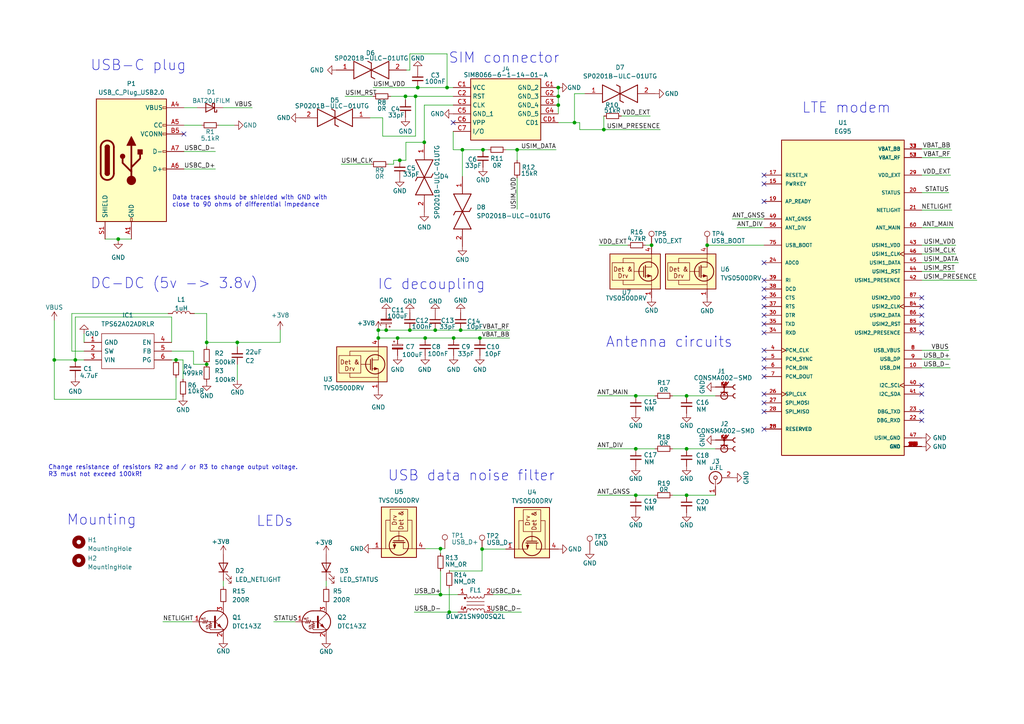
<source format=kicad_sch>
(kicad_sch (version 20230121) (generator eeschema)

  (uuid e7f5bf03-fb2c-47bf-a5e6-8bf502aef220)

  (paper "A4")

  (title_block
    (title "openCom LTE")
    (rev "v1.0")
    (company "Liberated Embedded Systems")
    (comment 1 "Licensed under Creative Commons Attribution 4.0.")
    (comment 4 "https://liberatedsystems.co.uk")
  )

  

  (junction (at 184.404 143.637) (diameter 0) (color 0 0 0 0)
    (uuid 042a0471-e21e-4cf9-a449-bbbe0b4e31dc)
  )
  (junction (at 115.316 98.044) (diameter 0) (color 0 0 0 0)
    (uuid 07a1419a-9ce9-47ac-9f25-5a877a03b148)
  )
  (junction (at 112.014 95.758) (diameter 0) (color 0 0 0 0)
    (uuid 0b842d3b-3af0-4445-85a2-8938feb3239b)
  )
  (junction (at 139.827 159.258) (diameter 0) (color 0 0 0 0)
    (uuid 108c85e9-c6c0-486e-acce-02cd06277409)
  )
  (junction (at 109.728 98.044) (diameter 0) (color 0 0 0 0)
    (uuid 249cd2e5-40dc-4d86-83f1-1d36bcff2155)
  )
  (junction (at 120.523 27.94) (diameter 0) (color 0 0 0 0)
    (uuid 2529567a-84d3-49c8-87a5-42b8116675b8)
  )
  (junction (at 184.404 114.808) (diameter 0) (color 0 0 0 0)
    (uuid 2d292abd-a196-4a57-8168-e345b85a43e2)
  )
  (junction (at 59.944 99.314) (diameter 0) (color 0 0 0 0)
    (uuid 36e8db00-b6e8-465b-982d-28a5692fc84a)
  )
  (junction (at 184.404 130.175) (diameter 0) (color 0 0 0 0)
    (uuid 4841ed9d-4f03-47af-a04b-128d42d47199)
  )
  (junction (at 139.192 98.044) (diameter 0) (color 0 0 0 0)
    (uuid 4a77998e-9110-499d-b99b-0ca8beb92ba4)
  )
  (junction (at 21.844 104.394) (diameter 0) (color 0 0 0 0)
    (uuid 4c802de5-a62c-45b9-8919-56239038f1d4)
  )
  (junction (at 199.136 143.637) (diameter 0) (color 0 0 0 0)
    (uuid 4c82af79-d55f-4314-9a7f-35f7aa12a6a9)
  )
  (junction (at 59.944 105.664) (diameter 0) (color 0 0 0 0)
    (uuid 5996a4f0-9688-4e1a-90b3-babd210fa8d6)
  )
  (junction (at 188.976 71.12) (diameter 0) (color 0 0 0 0)
    (uuid 60d57bd6-b749-4f42-adeb-f36d16ffdfee)
  )
  (junction (at 161.925 25.4) (diameter 0) (color 0 0 0 0)
    (uuid 63fd5dcc-6687-4160-921c-20661abc3383)
  )
  (junction (at 15.748 104.394) (diameter 0) (color 0 0 0 0)
    (uuid 662d7f32-fb97-41aa-ac93-f48fc05dc7a7)
  )
  (junction (at 205.105 71.12) (diameter 0) (color 0 0 0 0)
    (uuid 66b7964f-c33c-43e3-960c-f53593949cb9)
  )
  (junction (at 131.572 98.044) (diameter 0) (color 0 0 0 0)
    (uuid 6d2b738e-dbf5-438d-823f-18e2789a4004)
  )
  (junction (at 149.987 43.434) (diameter 0) (color 0 0 0 0)
    (uuid 73794637-c3fd-4e06-a39a-f6c4efd94b3f)
  )
  (junction (at 123.063 41.275) (diameter 0) (color 0 0 0 0)
    (uuid 7c6d2007-8ed4-40cd-994f-09a21b175e4b)
  )
  (junction (at 199.136 130.175) (diameter 0) (color 0 0 0 0)
    (uuid 8041df1e-37a6-4527-8ec0-8400a61212d2)
  )
  (junction (at 115.951 46.482) (diameter 0) (color 0 0 0 0)
    (uuid 864ceb9b-e94f-41ba-b473-5a5d74aff6eb)
  )
  (junction (at 129.667 25.4) (diameter 0) (color 0 0 0 0)
    (uuid 8db81e72-14da-47b3-b95b-67c09cba8521)
  )
  (junction (at 109.728 95.758) (diameter 0) (color 0 0 0 0)
    (uuid 93302bdb-0704-4e0b-a8dd-9dfb1a3b9997)
  )
  (junction (at 133.604 95.758) (diameter 0) (color 0 0 0 0)
    (uuid 97963e5a-c012-437b-b9b0-c938b05f9e9b)
  )
  (junction (at 130.302 177.546) (diameter 0) (color 0 0 0 0)
    (uuid 9fe07d3f-b8b9-4ea8-aa09-965827fcece6)
  )
  (junction (at 118.872 95.758) (diameter 0) (color 0 0 0 0)
    (uuid b31b2ab4-1e33-4ff8-886e-c52b892174a0)
  )
  (junction (at 117.602 27.94) (diameter 0) (color 0 0 0 0)
    (uuid c2b3d108-8989-4b48-a897-0c96e9da9706)
  )
  (junction (at 127.762 159.131) (diameter 0) (color 0 0 0 0)
    (uuid c440c282-25f7-4f68-9ee7-d7f6e1fb242c)
  )
  (junction (at 161.925 30.48) (diameter 0) (color 0 0 0 0)
    (uuid c65dd541-c849-42f0-96f1-56a83bcc53ca)
  )
  (junction (at 175.133 37.592) (diameter 0) (color 0 0 0 0)
    (uuid c9b36897-4a83-4a1d-87b4-a81671c4ab45)
  )
  (junction (at 166.624 35.56) (diameter 0) (color 0 0 0 0)
    (uuid caacda5c-24c3-47a6-ae17-42038d9b7750)
  )
  (junction (at 68.834 99.314) (diameter 0) (color 0 0 0 0)
    (uuid d030991e-27c8-47b5-bc06-e0a527017f6c)
  )
  (junction (at 123.317 98.044) (diameter 0) (color 0 0 0 0)
    (uuid d0b29793-5a1d-4bf2-84a7-4c2b8f0a55fb)
  )
  (junction (at 199.136 114.808) (diameter 0) (color 0 0 0 0)
    (uuid d1a2ea86-da3c-4b7e-b186-ecf50d0a39d6)
  )
  (junction (at 34.29 69.342) (diameter 0) (color 0 0 0 0)
    (uuid d7264a7e-d04f-4351-8b59-cabd586f5d0d)
  )
  (junction (at 161.925 27.94) (diameter 0) (color 0 0 0 0)
    (uuid d7ebf16c-c119-4a12-acdf-042f3c14b0d6)
  )
  (junction (at 126.238 95.758) (diameter 0) (color 0 0 0 0)
    (uuid d9741ebb-98cb-4867-9416-bb2325535329)
  )
  (junction (at 140.081 43.434) (diameter 0) (color 0 0 0 0)
    (uuid daa6e0f4-053f-4143-9153-188f93c9a287)
  )
  (junction (at 134.112 43.434) (diameter 0) (color 0 0 0 0)
    (uuid e1af9fcf-0533-4785-acc8-20915b91fbbb)
  )
  (junction (at 121.158 25.4) (diameter 0) (color 0 0 0 0)
    (uuid e30a2179-b596-4ce8-aea6-67b5b4a0837f)
  )
  (junction (at 127.762 172.466) (diameter 0) (color 0 0 0 0)
    (uuid e62ca165-381d-4aa2-a97b-d7b6bc254ee7)
  )
  (junction (at 51.054 104.394) (diameter 0) (color 0 0 0 0)
    (uuid f0e313f2-9291-4ca9-820b-64982e8a14cc)
  )

  (no_connect (at 221.615 119.38) (uuid 05a7c912-a068-4fca-9eab-8c05541865e2))
  (no_connect (at 221.615 91.44) (uuid 098ef58d-9c83-4e94-b159-9f6c0c821d15))
  (no_connect (at 131.445 35.56) (uuid 0bc5abec-39ee-4841-9105-7a9bc573923d))
  (no_connect (at 267.335 121.92) (uuid 27257eb7-e569-4fc4-8d74-cdeb620dbaa4))
  (no_connect (at 267.335 86.36) (uuid 29aa2da9-500d-467f-a954-b165ea662d36))
  (no_connect (at 267.335 114.3) (uuid 2fcb3cff-4db3-4d18-8ea8-334a3680b13d))
  (no_connect (at 221.615 88.9) (uuid 42df1992-7708-4c2e-a2b1-bfadafe60529))
  (no_connect (at 221.615 109.22) (uuid 4354e603-7f9d-4559-ab0d-405cf48cfae6))
  (no_connect (at 221.615 114.3) (uuid 4628dff3-05d9-4f8d-adc6-ccd39a555494))
  (no_connect (at 221.615 81.28) (uuid 49e24e25-ef0a-4535-8ddb-6091aecde71a))
  (no_connect (at 267.335 111.76) (uuid 55e0c271-5fbe-48bc-8951-877cc20fd028))
  (no_connect (at 221.615 86.36) (uuid 57884747-f80f-45b4-b376-3ed85b951751))
  (no_connect (at 267.335 91.44) (uuid 5d141732-3dc4-4823-9c61-56341c6489b5))
  (no_connect (at 221.615 76.2) (uuid 60677259-31a6-425c-a2e9-c6e042564e89))
  (no_connect (at 221.615 53.34) (uuid 6cf46e1d-f249-4cb3-9958-47644713fa0a))
  (no_connect (at 221.615 96.52) (uuid 7786db76-f36e-493d-bf14-08fb87b4cfb7))
  (no_connect (at 221.615 106.68) (uuid 789ebabe-93fb-484e-b50a-b5e32b445969))
  (no_connect (at 267.335 93.98) (uuid 7b8e352a-c575-43ca-9083-5e9fdf049e7a))
  (no_connect (at 221.615 101.6) (uuid 86d27db5-efbd-4595-ae69-49202e8d4e2d))
  (no_connect (at 221.615 124.46) (uuid 8f594ed6-21e7-4911-9df4-0bd43ca0d13f))
  (no_connect (at 221.615 104.14) (uuid 927688cb-4715-4226-8c85-a641f2de0f5f))
  (no_connect (at 267.335 119.38) (uuid 9946e06e-dc63-4715-a36c-037f8e374af2))
  (no_connect (at 267.335 88.9) (uuid a1f8cb88-3472-413a-8194-453d68bc142e))
  (no_connect (at 221.615 116.84) (uuid a3afcaf1-0d85-4bcb-b48c-beef9990449b))
  (no_connect (at 267.335 96.52) (uuid b0681478-bd21-4d84-844e-c81740b62703))
  (no_connect (at 221.615 50.8) (uuid c583c47f-49b7-4e4e-8008-493f5f8f0bbd))
  (no_connect (at 53.34 38.862) (uuid ca527f55-7bcf-4137-986c-55b6fde926ea))
  (no_connect (at 221.615 58.42) (uuid ceef2b62-30a9-4d16-ba8c-ea2ac879facf))
  (no_connect (at 221.615 83.82) (uuid e4045863-b097-4b22-b139-d020dbbc7d14))
  (no_connect (at 221.615 93.98) (uuid fef6a212-7061-4d20-842f-cc8186980657))

  (wire (pts (xy 117.729 41.275) (xy 117.729 46.482))
    (stroke (width 0) (type default))
    (uuid 016f9433-d5db-4039-b5ea-a91473d92ffe)
  )
  (wire (pts (xy 129.667 25.4) (xy 131.445 25.4))
    (stroke (width 0) (type default))
    (uuid 05afb178-1339-4f71-89d9-4888a02271d2)
  )
  (wire (pts (xy 100.076 27.94) (xy 108.204 27.94))
    (stroke (width 0) (type default))
    (uuid 083ba46c-0800-4d6e-a55a-8dae79770711)
  )
  (wire (pts (xy 123.317 159.131) (xy 127.762 159.131))
    (stroke (width 0) (type default))
    (uuid 0944d581-d69f-49a3-952b-b6550cae692b)
  )
  (wire (pts (xy 51.054 115.824) (xy 51.054 109.474))
    (stroke (width 0) (type default))
    (uuid 0973be5f-16c4-428c-80bb-8a3f2719cde1)
  )
  (wire (pts (xy 267.335 60.96) (xy 276.098 60.96))
    (stroke (width 0) (type default))
    (uuid 0a348e73-c020-462c-9ac1-aabea15c7af0)
  )
  (wire (pts (xy 120.142 172.466) (xy 127.762 172.466))
    (stroke (width 0) (type default))
    (uuid 0c39fce4-7ac0-4c9b-b343-4ba89b333cc5)
  )
  (wire (pts (xy 117.602 27.94) (xy 120.523 27.94))
    (stroke (width 0) (type default))
    (uuid 0c95fc4e-c26c-4751-b58b-6c4db65bac84)
  )
  (wire (pts (xy 267.335 73.66) (xy 277.241 73.66))
    (stroke (width 0) (type default))
    (uuid 10de3af6-802d-407b-9ace-a22f29da2b90)
  )
  (wire (pts (xy 68.834 99.314) (xy 81.28 99.314))
    (stroke (width 0) (type default))
    (uuid 11e96df8-6433-4721-997d-51e78b40e084)
  )
  (wire (pts (xy 98.933 47.625) (xy 107.569 47.625))
    (stroke (width 0) (type default))
    (uuid 14cb3f38-b25b-4d49-9a82-20df3506f421)
  )
  (wire (pts (xy 267.335 71.12) (xy 277.241 71.12))
    (stroke (width 0) (type default))
    (uuid 162d0b0c-49ac-4d83-936b-9aca5609cfdb)
  )
  (wire (pts (xy 118.872 95.758) (xy 126.238 95.758))
    (stroke (width 0) (type default))
    (uuid 19ee1a99-d2ea-401c-84c4-cb06e3ae7eba)
  )
  (wire (pts (xy 143.002 177.546) (xy 151.257 177.546))
    (stroke (width 0) (type default))
    (uuid 1c592a51-5af1-46f2-abdd-0978cea01987)
  )
  (wire (pts (xy 121.158 25.4) (xy 129.667 25.4))
    (stroke (width 0) (type default))
    (uuid 1fc85ee7-aece-46c0-a6b2-fec00e70aaf4)
  )
  (wire (pts (xy 199.136 114.808) (xy 207.518 114.808))
    (stroke (width 0) (type default))
    (uuid 20a09c66-954d-4dd9-bd94-eeef7aa4cbc9)
  )
  (wire (pts (xy 117.729 46.482) (xy 115.951 46.482))
    (stroke (width 0) (type default))
    (uuid 2223f823-ae7b-4e64-9638-dd44f3ba7622)
  )
  (wire (pts (xy 109.728 95.758) (xy 109.728 98.044))
    (stroke (width 0) (type default))
    (uuid 22482def-4517-4495-83f1-d60986f2b75f)
  )
  (wire (pts (xy 118.872 20.32) (xy 118.872 15.621))
    (stroke (width 0) (type default))
    (uuid 23820c3f-b217-45eb-ae9d-9ae6f49d0daa)
  )
  (wire (pts (xy 267.335 106.68) (xy 275.59 106.68))
    (stroke (width 0) (type default))
    (uuid 243e78eb-4256-43f6-a9f6-1996d251b01c)
  )
  (wire (pts (xy 24.384 101.854) (xy 20.828 101.854))
    (stroke (width 0) (type default))
    (uuid 25407507-ec15-4371-9996-a427893dcc24)
  )
  (wire (pts (xy 94.615 168.402) (xy 94.615 170.18))
    (stroke (width 0) (type default))
    (uuid 2a013bdb-46f0-4026-b4a1-c7d4eece15e3)
  )
  (wire (pts (xy 149.987 43.434) (xy 161.29 43.434))
    (stroke (width 0) (type default))
    (uuid 2a607466-5717-4fb6-a830-126715f5e057)
  )
  (wire (pts (xy 51.054 104.394) (xy 53.086 104.394))
    (stroke (width 0) (type default))
    (uuid 2c2e8857-e68d-4f83-a96e-e8a66d9e0b5e)
  )
  (wire (pts (xy 180.213 33.655) (xy 188.595 33.655))
    (stroke (width 0) (type default))
    (uuid 353a6e00-5517-4f48-bd92-0d7fe73c5552)
  )
  (wire (pts (xy 79.375 180.34) (xy 85.725 180.34))
    (stroke (width 0) (type default))
    (uuid 3a6b28c1-e471-48e7-9a80-d4b2d11b4b99)
  )
  (wire (pts (xy 267.335 45.72) (xy 275.717 45.72))
    (stroke (width 0) (type default))
    (uuid 3e34253e-ed9f-4fe8-8990-8023a4d7cc72)
  )
  (wire (pts (xy 139.192 98.044) (xy 131.572 98.044))
    (stroke (width 0) (type default))
    (uuid 3f59b73a-0baf-4264-9660-c05b4d8e826b)
  )
  (wire (pts (xy 59.944 90.932) (xy 59.944 99.314))
    (stroke (width 0) (type default))
    (uuid 431ae31f-38f4-44ba-9ee0-0d826b9ce84a)
  )
  (wire (pts (xy 113.284 27.94) (xy 117.602 27.94))
    (stroke (width 0) (type default))
    (uuid 443083fb-9da6-4106-85d7-406828d7e959)
  )
  (wire (pts (xy 63.5 36.322) (xy 67.945 36.322))
    (stroke (width 0) (type default))
    (uuid 46b7ef96-a908-44cf-8882-4e19177eaf3c)
  )
  (wire (pts (xy 212.344 63.5) (xy 221.615 63.5))
    (stroke (width 0) (type default))
    (uuid 488ffbfd-21d2-45be-9907-17ab725bda98)
  )
  (wire (pts (xy 126.238 95.758) (xy 133.604 95.758))
    (stroke (width 0) (type default))
    (uuid 4a6cad79-8d2b-40c0-b318-6b74fb99cdf0)
  )
  (wire (pts (xy 139.827 159.258) (xy 146.685 159.258))
    (stroke (width 0) (type default))
    (uuid 4b33db9c-e5dc-4bf7-aa53-cc9580572d4a)
  )
  (wire (pts (xy 110.998 34.163) (xy 110.998 39.497))
    (stroke (width 0) (type default))
    (uuid 4dcee664-3298-440f-aaac-63d7b9543b1c)
  )
  (wire (pts (xy 53.086 104.394) (xy 53.086 109.982))
    (stroke (width 0) (type default))
    (uuid 5111b0eb-3dfb-4f4f-bdd7-8f4b2ab7f8f3)
  )
  (wire (pts (xy 130.429 165.608) (xy 130.302 165.481))
    (stroke (width 0) (type default))
    (uuid 517ee6da-a164-4ceb-ad99-ace8a44a2c2e)
  )
  (wire (pts (xy 161.925 30.48) (xy 161.925 33.02))
    (stroke (width 0) (type default))
    (uuid 59bb1541-60fb-4903-b993-d87a3d5f43b2)
  )
  (wire (pts (xy 112.649 47.625) (xy 114.173 47.625))
    (stroke (width 0) (type default))
    (uuid 5ce1f302-565c-47f7-82a4-cc520c135052)
  )
  (wire (pts (xy 168.148 35.56) (xy 168.148 37.592))
    (stroke (width 0) (type default))
    (uuid 5dc645e5-a0e3-434b-a794-7d43df0b5995)
  )
  (wire (pts (xy 267.335 104.14) (xy 275.59 104.14))
    (stroke (width 0) (type default))
    (uuid 5f56a5f8-c8ef-436a-a3f0-d1d3e32e4f4c)
  )
  (wire (pts (xy 267.335 55.88) (xy 275.209 55.88))
    (stroke (width 0) (type default))
    (uuid 61e256b2-85cc-40e0-8b74-8f54c233587e)
  )
  (wire (pts (xy 123.063 41.275) (xy 123.063 30.48))
    (stroke (width 0) (type default))
    (uuid 642dd2ae-54c5-49d5-bda7-51e932d2b6ce)
  )
  (wire (pts (xy 127.762 159.131) (xy 127.762 160.528))
    (stroke (width 0) (type default))
    (uuid 69586c84-85a3-46c7-b29d-38c383017786)
  )
  (wire (pts (xy 173.736 71.12) (xy 182.118 71.12))
    (stroke (width 0) (type default))
    (uuid 6a39f7ff-db20-44af-aeb9-e043a484f58f)
  )
  (wire (pts (xy 161.925 25.4) (xy 161.925 27.94))
    (stroke (width 0) (type default))
    (uuid 6bf7f607-846c-4a60-a647-543092991339)
  )
  (wire (pts (xy 117.856 20.32) (xy 118.872 20.32))
    (stroke (width 0) (type default))
    (uuid 730a212c-4e21-4df4-a2ee-05ace01c2ff0)
  )
  (wire (pts (xy 267.335 76.2) (xy 278.003 76.2))
    (stroke (width 0) (type default))
    (uuid 7434c959-9658-4640-a403-c457ba7c5565)
  )
  (wire (pts (xy 184.404 114.808) (xy 189.992 114.808))
    (stroke (width 0) (type default))
    (uuid 7453db2a-5a22-4140-8907-6b6eedfe0eca)
  )
  (wire (pts (xy 267.335 81.28) (xy 283.337 81.28))
    (stroke (width 0) (type default))
    (uuid 7469e3ef-de30-4a7c-8e2f-ae590b37a9eb)
  )
  (wire (pts (xy 120.523 39.497) (xy 120.523 27.94))
    (stroke (width 0) (type default))
    (uuid 749c375c-a56e-4255-86e2-84a29b9a88dc)
  )
  (wire (pts (xy 161.925 27.94) (xy 161.925 30.48))
    (stroke (width 0) (type default))
    (uuid 77c51452-5a04-4a74-b638-87ed6ecbf76a)
  )
  (wire (pts (xy 110.998 39.497) (xy 120.523 39.497))
    (stroke (width 0) (type default))
    (uuid 79947cfc-4f35-45fe-a61e-2158073d0b2a)
  )
  (wire (pts (xy 184.404 143.637) (xy 189.992 143.637))
    (stroke (width 0) (type default))
    (uuid 7ac0a14f-02e1-47f3-86bd-75e714f2ea5b)
  )
  (wire (pts (xy 15.748 115.824) (xy 51.054 115.824))
    (stroke (width 0) (type default))
    (uuid 7b12b8f1-d5fe-4bbc-957e-d788af2f6372)
  )
  (wire (pts (xy 187.198 71.12) (xy 188.976 71.12))
    (stroke (width 0) (type default))
    (uuid 7bf717b2-c3b6-47b7-9e88-abb5a8177a31)
  )
  (wire (pts (xy 118.872 15.621) (xy 129.667 15.621))
    (stroke (width 0) (type default))
    (uuid 7ca38f84-5102-466d-b60c-defafd4e6502)
  )
  (wire (pts (xy 59.944 99.314) (xy 59.944 100.584))
    (stroke (width 0) (type default))
    (uuid 7ddb8de7-33df-45ae-b77b-70ed734db02c)
  )
  (wire (pts (xy 49.784 99.314) (xy 49.784 91.948))
    (stroke (width 0) (type default))
    (uuid 81ee1c7f-233e-4145-93d8-3f21808a95ff)
  )
  (wire (pts (xy 173.228 130.175) (xy 184.404 130.175))
    (stroke (width 0) (type default))
    (uuid 8269d304-bcfc-45e5-8254-d29b03033700)
  )
  (wire (pts (xy 149.987 43.434) (xy 149.987 46.482))
    (stroke (width 0) (type default))
    (uuid 869af4db-25ce-40f7-bf30-08de7030b9fe)
  )
  (wire (pts (xy 120.523 27.94) (xy 131.445 27.94))
    (stroke (width 0) (type default))
    (uuid 87e5c70f-d862-4133-80a2-7bf4dd8d55e6)
  )
  (wire (pts (xy 131.445 38.1) (xy 131.445 43.434))
    (stroke (width 0) (type default))
    (uuid 89efccfe-301a-455b-b2a9-c0bfb145d6b2)
  )
  (wire (pts (xy 134.112 43.434) (xy 140.081 43.434))
    (stroke (width 0) (type default))
    (uuid 8a67079c-75bd-475e-a44a-503761be5086)
  )
  (wire (pts (xy 49.784 91.948) (xy 21.844 91.948))
    (stroke (width 0) (type default))
    (uuid 8abe6bd7-9394-4908-a584-f259df544660)
  )
  (wire (pts (xy 130.429 165.608) (xy 139.827 165.608))
    (stroke (width 0) (type default))
    (uuid 8af824bd-fa75-4123-a1c9-9823718d7b8c)
  )
  (wire (pts (xy 195.072 114.808) (xy 199.136 114.808))
    (stroke (width 0) (type default))
    (uuid 8bc21f00-b4cf-4f13-9b03-eaba4a11badd)
  )
  (wire (pts (xy 117.729 41.275) (xy 123.063 41.275))
    (stroke (width 0) (type default))
    (uuid 8c4ee04a-5192-4bd2-981c-97cdb21ad311)
  )
  (wire (pts (xy 195.072 130.175) (xy 199.136 130.175))
    (stroke (width 0) (type default))
    (uuid 8c87ac72-8740-4284-91c0-7657a93d89b6)
  )
  (wire (pts (xy 55.88 180.34) (xy 47.244 180.34))
    (stroke (width 0) (type default))
    (uuid 8d95d9c9-36f6-48d9-b910-9248607a7ecb)
  )
  (wire (pts (xy 114.173 46.482) (xy 115.951 46.482))
    (stroke (width 0) (type default))
    (uuid 8f1b4e4f-4dba-4570-9dc5-d3bb139b4be5)
  )
  (wire (pts (xy 133.604 95.758) (xy 147.828 95.758))
    (stroke (width 0) (type default))
    (uuid 903839d1-5324-4e01-839b-2c39e7cc4f3d)
  )
  (wire (pts (xy 81.28 99.314) (xy 81.28 95.758))
    (stroke (width 0) (type default))
    (uuid 94149bb3-0230-4cc9-8a06-7f18e1ea6f1f)
  )
  (wire (pts (xy 107.315 34.163) (xy 110.998 34.163))
    (stroke (width 0) (type default))
    (uuid 94717fd4-ccb5-41b0-bbf4-e243e57f152b)
  )
  (wire (pts (xy 15.748 92.964) (xy 15.748 104.394))
    (stroke (width 0) (type default))
    (uuid 94f0d30d-a571-4c0b-ac5b-bf15c65e9ef3)
  )
  (wire (pts (xy 30.48 69.342) (xy 34.29 69.342))
    (stroke (width 0) (type default))
    (uuid 95bd61a9-339a-4be0-8506-6d8d40bf65df)
  )
  (wire (pts (xy 199.136 143.637) (xy 207.518 143.637))
    (stroke (width 0) (type default))
    (uuid 96c95263-bd70-4ad3-b037-c094a8e797c0)
  )
  (wire (pts (xy 131.572 98.044) (xy 123.317 98.044))
    (stroke (width 0) (type default))
    (uuid 9906097b-0b66-4650-97df-a7952c2b2d2e)
  )
  (wire (pts (xy 134.112 51.181) (xy 134.112 43.434))
    (stroke (width 0) (type default))
    (uuid 9a665be5-951b-4f27-93cc-f3bb68994e28)
  )
  (wire (pts (xy 112.014 95.758) (xy 118.872 95.758))
    (stroke (width 0) (type default))
    (uuid 9df57fc1-d46a-4bbd-afbc-39e7660a28e2)
  )
  (wire (pts (xy 59.944 99.314) (xy 68.834 99.314))
    (stroke (width 0) (type default))
    (uuid a194d0d5-eb6c-41af-98cc-0e2e067ed087)
  )
  (wire (pts (xy 168.148 37.592) (xy 175.133 37.592))
    (stroke (width 0) (type default))
    (uuid a5b615b6-1f39-4e25-a0eb-30cbf100465d)
  )
  (wire (pts (xy 53.34 43.942) (xy 62.484 43.942))
    (stroke (width 0) (type default))
    (uuid a6318b8d-ec38-48b8-bfb6-951335499080)
  )
  (wire (pts (xy 64.77 168.402) (xy 64.77 170.18))
    (stroke (width 0) (type default))
    (uuid aa2b0504-5aa9-4cad-927f-6b4895cd62fd)
  )
  (wire (pts (xy 166.624 27.178) (xy 169.672 27.178))
    (stroke (width 0) (type default))
    (uuid abd1faee-af51-4a43-a48f-29e0dbc707bb)
  )
  (wire (pts (xy 184.404 130.175) (xy 189.992 130.175))
    (stroke (width 0) (type default))
    (uuid abfcc4a9-db87-45ad-a66b-d96507da79ed)
  )
  (wire (pts (xy 149.987 51.562) (xy 149.987 60.706))
    (stroke (width 0) (type default))
    (uuid af10e562-0025-46f3-842a-e6b6ef311b24)
  )
  (wire (pts (xy 267.335 50.8) (xy 275.717 50.8))
    (stroke (width 0) (type default))
    (uuid b1bdc5eb-6651-4815-9f0f-c4d8de4847e4)
  )
  (wire (pts (xy 129.667 15.621) (xy 129.667 25.4))
    (stroke (width 0) (type default))
    (uuid b2d41148-2a60-424d-ab1e-3998594d6e1d)
  )
  (wire (pts (xy 175.133 37.592) (xy 191.516 37.592))
    (stroke (width 0) (type default))
    (uuid b30fc6d0-4a3f-4e54-9b03-75164ef6f3fb)
  )
  (wire (pts (xy 109.728 98.044) (xy 115.316 98.044))
    (stroke (width 0) (type default))
    (uuid b3300f2a-e355-483f-bb98-90208c8708c9)
  )
  (wire (pts (xy 68.834 99.314) (xy 68.834 100.584))
    (stroke (width 0) (type default))
    (uuid b59fc002-ff13-4eee-8a50-d839fe20c77b)
  )
  (wire (pts (xy 115.316 98.044) (xy 123.317 98.044))
    (stroke (width 0) (type default))
    (uuid b7b102c0-1b28-4056-93ed-231d765d6811)
  )
  (wire (pts (xy 173.228 114.808) (xy 184.404 114.808))
    (stroke (width 0) (type default))
    (uuid b829540a-d0b4-49ca-adbf-0f57eb079808)
  )
  (wire (pts (xy 175.133 33.655) (xy 175.133 37.592))
    (stroke (width 0) (type default))
    (uuid ba8ad741-ec74-4c8d-a0c9-98059acee5c3)
  )
  (wire (pts (xy 143.002 172.466) (xy 151.257 172.466))
    (stroke (width 0) (type default))
    (uuid baeee0a3-3b3e-4ce1-900c-14dff80fbada)
  )
  (wire (pts (xy 120.142 177.546) (xy 130.302 177.546))
    (stroke (width 0) (type default))
    (uuid bcb70764-9a79-4f7b-aa37-80ac97e980b5)
  )
  (wire (pts (xy 139.827 165.608) (xy 139.827 159.258))
    (stroke (width 0) (type default))
    (uuid bd7f77e6-8804-49a6-b7c9-5dec3b47d8fe)
  )
  (wire (pts (xy 34.29 69.342) (xy 34.29 69.596))
    (stroke (width 0) (type default))
    (uuid c1a67dc8-214e-462b-8621-7c935f79ad57)
  )
  (wire (pts (xy 267.335 101.6) (xy 275.209 101.6))
    (stroke (width 0) (type default))
    (uuid c6dfef69-c3ee-4c2e-b4c3-d206b67db366)
  )
  (wire (pts (xy 161.925 35.56) (xy 166.624 35.56))
    (stroke (width 0) (type default))
    (uuid c8f56b9c-ce0d-4e9f-a468-8bcd24cd8697)
  )
  (wire (pts (xy 127.762 159.131) (xy 129.032 159.131))
    (stroke (width 0) (type default))
    (uuid c9a56d29-537e-4c03-915d-bdade0dcdda9)
  )
  (wire (pts (xy 15.748 115.824) (xy 15.748 104.394))
    (stroke (width 0) (type default))
    (uuid cc0711b2-5351-4792-a69e-1d113d404b82)
  )
  (wire (pts (xy 64.77 31.242) (xy 73.152 31.242))
    (stroke (width 0) (type default))
    (uuid cc710d27-2717-4e95-b25b-85dd19deed59)
  )
  (wire (pts (xy 109.728 95.758) (xy 112.014 95.758))
    (stroke (width 0) (type default))
    (uuid cf1726fb-7e50-4838-8ce3-8a2069d77f9a)
  )
  (wire (pts (xy 139.192 98.044) (xy 147.828 98.044))
    (stroke (width 0) (type default))
    (uuid d020a520-a626-42f1-b92d-ed0acced7c64)
  )
  (wire (pts (xy 213.741 66.04) (xy 221.615 66.04))
    (stroke (width 0) (type default))
    (uuid d04ed176-2caf-490e-a330-8091df4c2d36)
  )
  (wire (pts (xy 49.784 104.394) (xy 51.054 104.394))
    (stroke (width 0) (type default))
    (uuid d1159933-963d-4653-b331-3bca57df1d8f)
  )
  (wire (pts (xy 56.134 101.854) (xy 56.134 105.664))
    (stroke (width 0) (type default))
    (uuid d11e1087-9947-49fc-86cb-1e3c88e786be)
  )
  (wire (pts (xy 123.063 30.48) (xy 131.445 30.48))
    (stroke (width 0) (type default))
    (uuid d2807613-1174-4625-a921-b474f498efed)
  )
  (wire (pts (xy 195.072 143.637) (xy 199.136 143.637))
    (stroke (width 0) (type default))
    (uuid d4dd32c3-edae-423c-a419-934d2b00cbef)
  )
  (wire (pts (xy 24.384 96.774) (xy 24.384 99.314))
    (stroke (width 0) (type default))
    (uuid d6fb14cd-da59-434a-a47f-6f9fe6c9ace9)
  )
  (wire (pts (xy 20.828 90.932) (xy 48.768 90.932))
    (stroke (width 0) (type default))
    (uuid d8ee074e-957f-4f2d-b164-756491ef692e)
  )
  (wire (pts (xy 130.302 177.546) (xy 132.842 177.546))
    (stroke (width 0) (type default))
    (uuid dafb6178-625b-40b9-8e35-323b2c6deaa7)
  )
  (wire (pts (xy 57.15 31.242) (xy 53.34 31.242))
    (stroke (width 0) (type default))
    (uuid dd890e69-1511-47b3-b73a-067cbc02dc6e)
  )
  (wire (pts (xy 15.748 104.394) (xy 21.844 104.394))
    (stroke (width 0) (type default))
    (uuid dd90930c-f552-46ac-b1f7-48d1ddb596d4)
  )
  (wire (pts (xy 130.302 170.561) (xy 130.302 177.546))
    (stroke (width 0) (type default))
    (uuid ddbafd75-5887-4eea-a2e7-5edc883a2ba2)
  )
  (wire (pts (xy 68.834 110.236) (xy 68.834 105.664))
    (stroke (width 0) (type default))
    (uuid de1f462f-42da-4e21-bb8a-51b75a28b7e2)
  )
  (wire (pts (xy 267.335 78.74) (xy 276.987 78.74))
    (stroke (width 0) (type default))
    (uuid de8bd120-989f-4c37-bcdc-ed048eed7b63)
  )
  (wire (pts (xy 53.34 49.022) (xy 62.484 49.022))
    (stroke (width 0) (type default))
    (uuid e264048e-cb40-46b2-b945-9d40fc798766)
  )
  (wire (pts (xy 21.844 91.948) (xy 21.844 104.394))
    (stroke (width 0) (type default))
    (uuid e2f3bd7c-4bfd-4a98-b07a-02934ca43525)
  )
  (wire (pts (xy 199.136 130.175) (xy 207.518 130.175))
    (stroke (width 0) (type default))
    (uuid e61b547d-31b0-418c-9839-c878bcd08d27)
  )
  (wire (pts (xy 34.29 69.342) (xy 38.1 69.342))
    (stroke (width 0) (type default))
    (uuid e8390b11-4fd0-4df4-a135-2e8b04d347c7)
  )
  (wire (pts (xy 166.624 35.56) (xy 168.148 35.56))
    (stroke (width 0) (type default))
    (uuid ea13530d-9a16-40e0-b120-068c3f1eb6fe)
  )
  (wire (pts (xy 127.762 172.466) (xy 132.842 172.466))
    (stroke (width 0) (type default))
    (uuid ed0e5eea-43c0-4d75-92ac-f8809c54c3c1)
  )
  (wire (pts (xy 127.762 165.608) (xy 127.762 172.466))
    (stroke (width 0) (type default))
    (uuid ed69a4d1-ef95-492f-9c0e-9984a0bafde2)
  )
  (wire (pts (xy 114.173 47.625) (xy 114.173 46.482))
    (stroke (width 0) (type default))
    (uuid edd7268d-f79b-44f5-9a08-966e59a430dc)
  )
  (wire (pts (xy 53.34 36.322) (xy 58.42 36.322))
    (stroke (width 0) (type default))
    (uuid ef0cb1c2-8f79-4365-bd54-164624d7e504)
  )
  (wire (pts (xy 173.228 143.637) (xy 184.404 143.637))
    (stroke (width 0) (type default))
    (uuid f11e621e-cc31-4be0-a142-98b4e2259320)
  )
  (wire (pts (xy 49.784 101.854) (xy 56.134 101.854))
    (stroke (width 0) (type default))
    (uuid f18e4bff-b172-40f4-88e4-3f0fa4403ce7)
  )
  (wire (pts (xy 117.602 28.956) (xy 117.602 27.94))
    (stroke (width 0) (type default))
    (uuid f20f93f6-8327-4fb3-aaaa-a982e469faf1)
  )
  (wire (pts (xy 140.081 43.434) (xy 141.605 43.434))
    (stroke (width 0) (type default))
    (uuid f2a1f47f-8604-4c84-a40f-d62ff5676128)
  )
  (wire (pts (xy 267.335 43.18) (xy 275.717 43.18))
    (stroke (width 0) (type default))
    (uuid f4110a8e-de93-4e3a-b729-09eefddfba3d)
  )
  (wire (pts (xy 131.445 43.434) (xy 134.112 43.434))
    (stroke (width 0) (type default))
    (uuid f5983d70-1b21-4eb4-bc99-4f20f08366ae)
  )
  (wire (pts (xy 20.828 101.854) (xy 20.828 90.932))
    (stroke (width 0) (type default))
    (uuid f7356388-ca20-456f-a3df-69eafbcfba76)
  )
  (wire (pts (xy 166.624 27.178) (xy 166.624 35.56))
    (stroke (width 0) (type default))
    (uuid f75ebdeb-10a0-4049-a0f7-8900b3f405dc)
  )
  (wire (pts (xy 205.105 71.12) (xy 221.615 71.12))
    (stroke (width 0) (type default))
    (uuid f7f0ef1f-9efc-4016-80af-90844a041c4c)
  )
  (wire (pts (xy 56.388 90.932) (xy 59.944 90.932))
    (stroke (width 0) (type default))
    (uuid fa5a06ba-69c9-4b7c-b204-56951d9ec9b0)
  )
  (wire (pts (xy 56.134 105.664) (xy 59.944 105.664))
    (stroke (width 0) (type default))
    (uuid fbb43638-f890-42a3-b07f-9b3cf691441e)
  )
  (wire (pts (xy 267.335 66.04) (xy 276.606 66.04))
    (stroke (width 0) (type default))
    (uuid fc31d884-aeca-4d8b-89f8-b346ad6f0168)
  )
  (wire (pts (xy 108.204 25.4) (xy 121.158 25.4))
    (stroke (width 0) (type default))
    (uuid fc863460-fe99-4abe-910f-ca8d0244f3df)
  )
  (wire (pts (xy 21.844 104.394) (xy 24.384 104.394))
    (stroke (width 0) (type default))
    (uuid fc8ef826-074d-49e9-a04e-0c35157a0f7b)
  )
  (wire (pts (xy 146.685 43.434) (xy 149.987 43.434))
    (stroke (width 0) (type default))
    (uuid fcd0f360-7287-4a8a-8067-c35111f2073d)
  )

  (text "LTE modem" (at 232.537 33.147 0)
    (effects (font (size 3 3)) (justify left bottom))
    (uuid 10856622-133d-4f7d-ac35-6cb885ce6185)
  )
  (text "SIM connector\n" (at 130.048 18.669 0)
    (effects (font (size 3 3)) (justify left bottom))
    (uuid 1f615cda-97b1-45ca-ac6b-01760d1a071c)
  )
  (text "LEDs" (at 74.295 153.035 0)
    (effects (font (size 3 3)) (justify left bottom))
    (uuid 5d1a16d1-daca-4fb8-9202-13f8ac655b04)
  )
  (text "USB-C plug" (at 26.162 20.828 0)
    (effects (font (size 3 3)) (justify left bottom))
    (uuid 997112e9-0d1c-4112-a4bc-f4e3764a24d5)
  )
  (text "IC decoupling\n" (at 109.474 84.328 0)
    (effects (font (size 3 3)) (justify left bottom))
    (uuid a6e487ce-2225-4f7e-ba17-13d3782fca51)
  )
  (text "Mounting\n" (at 19.304 152.654 0)
    (effects (font (size 3 3)) (justify left bottom))
    (uuid ca3cbb62-a0f7-4285-a4b7-af23b86dbe37)
  )
  (text "DC-DC (5v -> 3.8v)\n" (at 26.162 84.074 0)
    (effects (font (size 3 3)) (justify left bottom))
    (uuid d3b1a4ad-ac5d-4167-af11-de6f37be6fef)
  )
  (text "USB data noise filter" (at 112.395 139.827 0)
    (effects (font (size 3 3)) (justify left bottom))
    (uuid d3ed1f5b-761c-4e84-a5fb-d339d36018b8)
  )
  (text "Antenna circuits\n" (at 175.641 101.092 0)
    (effects (font (size 3 3)) (justify left bottom))
    (uuid d89f996c-ad5d-413a-96e1-7d792b283d85)
  )
  (text "Change resistance of resistors R2 and / or R3 to change output voltage.\nR3 must not exceed 100kR!\n"
    (at 13.97 138.43 0)
    (effects (font (size 1.27 1.27)) (justify left bottom))
    (uuid e64b5d2e-4c66-4328-a131-4a92aea4aeaf)
  )
  (text "Data traces should be shielded with GND with \nclose to 90 ohms of differential impedance"
    (at 49.911 60.198 0)
    (effects (font (size 1.27 1.27)) (justify left bottom))
    (uuid fa68311b-06f8-4187-b961-a9dc9acdbc66)
  )

  (label "USIM_VDD" (at 277.241 71.12 180) (fields_autoplaced)
    (effects (font (size 1.27 1.27)) (justify right bottom))
    (uuid 030fdd0e-42a9-4f5f-9d8a-a97afaca32e0)
  )
  (label "USBC_D-" (at 151.257 177.546 180) (fields_autoplaced)
    (effects (font (size 1.27 1.27)) (justify right bottom))
    (uuid 1c1f57fb-0304-4f5c-8ca3-a9352c2c96b9)
  )
  (label "ANT_GNSS" (at 212.344 63.5 0) (fields_autoplaced)
    (effects (font (size 1.27 1.27)) (justify left bottom))
    (uuid 1cab7889-027e-4a4b-92dd-e294b9188f4d)
  )
  (label "USIM_PRESENCE" (at 191.516 37.592 180) (fields_autoplaced)
    (effects (font (size 1.27 1.27)) (justify right bottom))
    (uuid 255f5bb5-a06f-455f-8359-09a5c5c99003)
  )
  (label "VBAT_RF" (at 147.828 95.758 180) (fields_autoplaced)
    (effects (font (size 1.27 1.27)) (justify right bottom))
    (uuid 29471ccc-e479-4ee0-be47-0a0b7085be20)
  )
  (label "USIM_CLK" (at 98.933 47.625 0) (fields_autoplaced)
    (effects (font (size 1.27 1.27)) (justify left bottom))
    (uuid 29daebfb-8de7-487b-83f6-acf17a235add)
  )
  (label "USB_D+" (at 275.59 104.14 180) (fields_autoplaced)
    (effects (font (size 1.27 1.27)) (justify right bottom))
    (uuid 2a3d94f1-8f38-4608-bc2a-9c7156e94a12)
  )
  (label "VBAT_BB" (at 147.828 98.044 180) (fields_autoplaced)
    (effects (font (size 1.27 1.27)) (justify right bottom))
    (uuid 341f62f5-589d-4734-8c10-bf214a9839d8)
  )
  (label "USIM_VDD" (at 149.987 60.706 90) (fields_autoplaced)
    (effects (font (size 1.27 1.27)) (justify left bottom))
    (uuid 4079dc95-5935-4f1d-9d1d-673cd8f80ca0)
  )
  (label "USB_D+" (at 120.142 172.466 0) (fields_autoplaced)
    (effects (font (size 1.27 1.27)) (justify left bottom))
    (uuid 44ff37be-8cbb-4422-b946-d0fab880891e)
  )
  (label "STATUS" (at 79.375 180.34 0) (fields_autoplaced)
    (effects (font (size 1.27 1.27)) (justify left bottom))
    (uuid 4a8a4651-c1be-49a7-90aa-5658cbb81ad4)
  )
  (label "VBAT_RF" (at 275.717 45.72 180) (fields_autoplaced)
    (effects (font (size 1.27 1.27)) (justify right bottom))
    (uuid 4d02e272-0362-4a3f-835a-71812e889c68)
  )
  (label "ANT_DIV" (at 173.228 130.175 0) (fields_autoplaced)
    (effects (font (size 1.27 1.27)) (justify left bottom))
    (uuid 59ec6daf-4f41-4eae-ad10-48af835cfb7a)
  )
  (label "ANT_DIV" (at 213.741 66.04 0) (fields_autoplaced)
    (effects (font (size 1.27 1.27)) (justify left bottom))
    (uuid 59f9c11e-faa0-4ecc-b792-b12652ba0b50)
  )
  (label "ANT_MAIN" (at 173.228 114.808 0) (fields_autoplaced)
    (effects (font (size 1.27 1.27)) (justify left bottom))
    (uuid 633c562a-e625-49be-b7c8-5a71d1731479)
  )
  (label "USB_D-" (at 275.59 106.68 180) (fields_autoplaced)
    (effects (font (size 1.27 1.27)) (justify right bottom))
    (uuid 6a42a279-6594-4617-92c7-bb273fe60f35)
  )
  (label "USB_D-" (at 120.142 177.546 0) (fields_autoplaced)
    (effects (font (size 1.27 1.27)) (justify left bottom))
    (uuid 6f7874e0-6a12-428e-9af4-58be41e35bb8)
  )
  (label "ANT_MAIN" (at 276.606 66.04 180) (fields_autoplaced)
    (effects (font (size 1.27 1.27)) (justify right bottom))
    (uuid 7099675a-1fd5-45df-b988-2f9a84da9897)
  )
  (label "NETLIGHT" (at 276.098 60.96 180) (fields_autoplaced)
    (effects (font (size 1.27 1.27)) (justify right bottom))
    (uuid 73fdc481-1392-4fb3-b700-3a76369af23c)
  )
  (label "USBC_D+" (at 151.257 172.466 180) (fields_autoplaced)
    (effects (font (size 1.27 1.27)) (justify right bottom))
    (uuid 7c1aeb40-f30a-420c-8f80-f5814d7b375a)
  )
  (label "USIM_PRESENCE" (at 283.337 81.28 180) (fields_autoplaced)
    (effects (font (size 1.27 1.27)) (justify right bottom))
    (uuid 84a0f01c-7c48-4b57-ac5c-93453bdb1bed)
  )
  (label "USIM_DATA" (at 278.003 76.2 180) (fields_autoplaced)
    (effects (font (size 1.27 1.27)) (justify right bottom))
    (uuid 8b7200f7-4daf-44de-bcca-41cd41cdbb8f)
  )
  (label "USBC_D+" (at 62.484 49.022 180) (fields_autoplaced)
    (effects (font (size 1.27 1.27)) (justify right bottom))
    (uuid 91db2672-e06a-417f-95c6-62ae4ee92f7d)
  )
  (label "NETLIGHT" (at 47.244 180.34 0) (fields_autoplaced)
    (effects (font (size 1.27 1.27)) (justify left bottom))
    (uuid a4b1017a-0351-4cf1-9d64-a09fc0b28a16)
  )
  (label "VBUS" (at 73.152 31.242 180) (fields_autoplaced)
    (effects (font (size 1.27 1.27)) (justify right bottom))
    (uuid b0ffd2ef-8ac8-4825-80f7-a62a2359493b)
  )
  (label "USBC_D-" (at 62.484 43.942 180) (fields_autoplaced)
    (effects (font (size 1.27 1.27)) (justify right bottom))
    (uuid b571b294-415c-4b13-ab39-12f42873915f)
  )
  (label "VDD_EXT" (at 275.717 50.8 180) (fields_autoplaced)
    (effects (font (size 1.27 1.27)) (justify right bottom))
    (uuid b939c651-baca-4dab-b241-76ea3ae8ff21)
  )
  (label "STATUS" (at 275.209 55.88 180) (fields_autoplaced)
    (effects (font (size 1.27 1.27)) (justify right bottom))
    (uuid bdcfc669-da81-4f42-9d69-b5cc4a006bad)
  )
  (label "USIM_CLK" (at 277.241 73.66 180) (fields_autoplaced)
    (effects (font (size 1.27 1.27)) (justify right bottom))
    (uuid be36023a-e621-4ab0-a53c-6918520012f6)
  )
  (label "USIM_DATA" (at 161.29 43.434 180) (fields_autoplaced)
    (effects (font (size 1.27 1.27)) (justify right bottom))
    (uuid c58f6959-ff28-48f6-936a-ae0c0ef60ab2)
  )
  (label "VBAT_BB" (at 275.717 43.18 180) (fields_autoplaced)
    (effects (font (size 1.27 1.27)) (justify right bottom))
    (uuid c82d18a3-5e0e-4e56-a101-ab1fefd0fdac)
  )
  (label "VBUS" (at 275.209 101.6 180) (fields_autoplaced)
    (effects (font (size 1.27 1.27)) (justify right bottom))
    (uuid cc4e7e37-ae6a-4bea-a02e-d92b5e4df412)
  )
  (label "USIM_VDD" (at 108.204 25.4 0) (fields_autoplaced)
    (effects (font (size 1.27 1.27)) (justify left bottom))
    (uuid cf62d78d-5f2d-496c-af64-74365a412979)
  )
  (label "VDD_EXT" (at 188.595 33.655 180) (fields_autoplaced)
    (effects (font (size 1.27 1.27)) (justify right bottom))
    (uuid dd4e481b-f5b2-4b82-9df0-a07179bbd99e)
  )
  (label "USIM_RST" (at 100.076 27.94 0) (fields_autoplaced)
    (effects (font (size 1.27 1.27)) (justify left bottom))
    (uuid e97fc6f9-74f3-4a24-a312-65ea67586244)
  )
  (label "ANT_GNSS" (at 173.228 143.637 0) (fields_autoplaced)
    (effects (font (size 1.27 1.27)) (justify left bottom))
    (uuid f22bc7e2-51c7-4426-95b2-620e2f4814d6)
  )
  (label "VDD_EXT" (at 173.736 71.12 0) (fields_autoplaced)
    (effects (font (size 1.27 1.27)) (justify left bottom))
    (uuid f357f920-21ab-4c10-b948-8ca7d7791e95)
  )
  (label "USIM_RST" (at 276.987 78.74 180) (fields_autoplaced)
    (effects (font (size 1.27 1.27)) (justify right bottom))
    (uuid fcaf79c5-8fd4-4846-b15b-c83a0af83477)
  )

  (symbol (lib_id "power:GND") (at 123.317 103.124 0) (unit 1)
    (in_bom yes) (on_board yes) (dnp no)
    (uuid 06c2399e-462d-4b78-8cae-1501c2ae7839)
    (property "Reference" "#PWR03" (at 123.317 109.474 0)
      (effects (font (size 1.27 1.27)) hide)
    )
    (property "Value" "GND" (at 125.222 107.188 0)
      (effects (font (size 1.27 1.27)) (justify right))
    )
    (property "Footprint" "" (at 123.317 103.124 0)
      (effects (font (size 1.27 1.27)) hide)
    )
    (property "Datasheet" "" (at 123.317 103.124 0)
      (effects (font (size 1.27 1.27)) hide)
    )
    (pin "1" (uuid bc6272e1-93f9-4281-bcd5-ad90543464df))
    (instances
      (project "opencom-lte"
        (path "/e7f5bf03-fb2c-47bf-a5e6-8bf502aef220"
          (reference "#PWR03") (unit 1)
        )
      )
    )
  )

  (symbol (lib_id "Device:R_Small") (at 53.086 112.522 0) (unit 1)
    (in_bom yes) (on_board yes) (dnp no)
    (uuid 07398bf2-a4b0-456d-b59a-0d3d1b836125)
    (property "Reference" "R6" (at 54.356 111.76 0)
      (effects (font (size 1.27 1.27)) (justify left))
    )
    (property "Value" "10kR" (at 54.356 113.411 0)
      (effects (font (size 1.27 1.27)) (justify left))
    )
    (property "Footprint" "Resistor_SMD:R_0603_1608Metric" (at 53.086 112.522 0)
      (effects (font (size 1.27 1.27)) hide)
    )
    (property "Datasheet" "~" (at 53.086 112.522 0)
      (effects (font (size 1.27 1.27)) hide)
    )
    (pin "1" (uuid 7773cb73-9fb6-4fd9-949d-789fb08cee76))
    (pin "2" (uuid ad583c30-de0e-4513-ab7d-e64d16c8e11a))
    (instances
      (project "opencom-lte"
        (path "/e7f5bf03-fb2c-47bf-a5e6-8bf502aef220"
          (reference "R6") (unit 1)
        )
      )
    )
  )

  (symbol (lib_id "Transistor_BJT:DTC143Z") (at 62.23 180.34 0) (unit 1)
    (in_bom yes) (on_board yes) (dnp no) (fields_autoplaced)
    (uuid 079c2c69-fe66-4bf8-b630-2a3e8b1dfa4d)
    (property "Reference" "Q1" (at 67.31 179.07 0)
      (effects (font (size 1.27 1.27)) (justify left))
    )
    (property "Value" "DTC143Z" (at 67.31 181.61 0)
      (effects (font (size 1.27 1.27)) (justify left))
    )
    (property "Footprint" "DTC143ZMT2L:SOTFL3P40_120X120X55L30X32N" (at 62.23 180.34 0)
      (effects (font (size 1.27 1.27)) (justify left) hide)
    )
    (property "Datasheet" "" (at 62.23 180.34 0)
      (effects (font (size 1.27 1.27)) (justify left) hide)
    )
    (pin "1" (uuid e3e45c28-4abc-4dea-af2b-1cd9ff63b75e))
    (pin "2" (uuid 9db23f5e-245c-43d6-be7e-24db320e7766))
    (pin "3" (uuid 5192ad1a-ae38-4eb7-9ad0-f12addf7e753))
    (instances
      (project "opencom-lte"
        (path "/e7f5bf03-fb2c-47bf-a5e6-8bf502aef220"
          (reference "Q1") (unit 1)
        )
      )
    )
  )

  (symbol (lib_id "Power_Protection:TVS0500DRV") (at 154.305 159.258 270) (unit 1)
    (in_bom yes) (on_board yes) (dnp no) (fields_autoplaced)
    (uuid 0942dfca-44ea-4fcb-892a-adcc75baa0d8)
    (property "Reference" "U4" (at 154.305 142.748 90)
      (effects (font (size 1.27 1.27)))
    )
    (property "Value" "TVS0500DRV" (at 154.305 145.288 90)
      (effects (font (size 1.27 1.27)))
    )
    (property "Footprint" "Package_SON:WSON-6-1EP_2x2mm_P0.65mm_EP1x1.6mm" (at 145.415 164.338 0)
      (effects (font (size 1.27 1.27)) hide)
    )
    (property "Datasheet" "http://www.ti.com/lit/ds/symlink/tvs0500.pdf" (at 154.305 156.718 0)
      (effects (font (size 1.27 1.27)) hide)
    )
    (pin "1" (uuid f0344121-d306-4852-bc9e-96a72d34b7b5))
    (pin "2" (uuid fc86d3a8-2e6d-4d7c-ba5f-5c8b3f388850))
    (pin "3" (uuid f85214f0-089e-4e36-a5ca-db817c725ff2))
    (pin "4" (uuid f81efb68-f344-4a96-a26d-b79ee07ba083))
    (pin "5" (uuid 04f2f219-c686-4f4c-8532-d1aca7241602))
    (pin "6" (uuid d7976263-08df-4c57-a278-4c4c207b5732))
    (pin "7" (uuid f9ce1733-e703-441b-97df-943a604cd830))
    (instances
      (project "opencom-lte"
        (path "/e7f5bf03-fb2c-47bf-a5e6-8bf502aef220"
          (reference "U4") (unit 1)
        )
      )
    )
  )

  (symbol (lib_id "Connector:Conn_Coaxial") (at 207.518 138.557 90) (unit 1)
    (in_bom yes) (on_board yes) (dnp no)
    (uuid 0a40f818-434f-42e1-8023-b94a003b0d64)
    (property "Reference" "J3" (at 208.788 133.858 90)
      (effects (font (size 1.27 1.27)) (justify left))
    )
    (property "Value" "u.FL" (at 209.7162 135.636 90)
      (effects (font (size 1.27 1.27)) (justify left))
    )
    (property "Footprint" "Connector_Coaxial:U.FL_Hirose_U.FL-R-SMT-1_Vertical" (at 207.518 138.557 0)
      (effects (font (size 1.27 1.27)) hide)
    )
    (property "Datasheet" " ~" (at 207.518 138.557 0)
      (effects (font (size 1.27 1.27)) hide)
    )
    (pin "1" (uuid 69d486a9-c904-4be4-8309-ccd497db9d1c))
    (pin "2" (uuid a73d0246-eb4d-4d1d-90f6-55adb122b0f3))
    (instances
      (project "opencom-lte"
        (path "/e7f5bf03-fb2c-47bf-a5e6-8bf502aef220"
          (reference "J3") (unit 1)
        )
      )
    )
  )

  (symbol (lib_id "Connector:USB_C_Plug_USB2.0") (at 38.1 46.482 0) (unit 1)
    (in_bom yes) (on_board yes) (dnp no) (fields_autoplaced)
    (uuid 0dcaec53-9d05-4a0e-9a06-34b6fc261cee)
    (property "Reference" "P1" (at 38.1 24.257 0)
      (effects (font (size 1.27 1.27)))
    )
    (property "Value" "USB_C_Plug_USB2.0" (at 38.1 26.797 0)
      (effects (font (size 1.27 1.27)))
    )
    (property "Footprint" "Connector_USB:USB_C_Plug_Molex_105444" (at 41.91 46.482 0)
      (effects (font (size 1.27 1.27)) hide)
    )
    (property "Datasheet" "https://www.usb.org/sites/default/files/documents/usb_type-c.zip" (at 41.91 46.482 0)
      (effects (font (size 1.27 1.27)) hide)
    )
    (pin "A1" (uuid 614e1b26-8f10-49b7-a64a-eb7c5df5fb80))
    (pin "A12" (uuid 64b86aa7-9f5f-4c73-80fe-82fc498ae1d3))
    (pin "A4" (uuid 49fab087-3df6-442f-a17a-a89fc48f8738))
    (pin "A5" (uuid 8ceb3237-d42b-48d7-8a2a-69539c06d052))
    (pin "A6" (uuid f7d1e95e-c812-4526-9ca5-9d6c1b43000a))
    (pin "A7" (uuid 205912ac-f964-4312-8732-75b624fff5a6))
    (pin "A9" (uuid c92e52bc-1111-4526-9a12-0c9780ad8259))
    (pin "B1" (uuid a86585c3-1e10-4720-b0bc-0b5cc74bfa40))
    (pin "B12" (uuid e8f36c75-230c-4983-8394-9e6809c7c601))
    (pin "B4" (uuid 8c0b9c03-c51a-4f90-9f83-682489e3d710))
    (pin "B5" (uuid 5abad1e2-4b36-43bf-ad64-8d42301cf5f6))
    (pin "B9" (uuid a00c8a17-493f-4db8-9885-ec2181689b73))
    (pin "S1" (uuid db5145c7-1a6b-400e-b256-5cafd1bc47e8))
    (instances
      (project "opencom-lte"
        (path "/e7f5bf03-fb2c-47bf-a5e6-8bf502aef220"
          (reference "P1") (unit 1)
        )
      )
    )
  )

  (symbol (lib_id "power:GND") (at 68.834 110.236 0) (unit 1)
    (in_bom yes) (on_board yes) (dnp no)
    (uuid 1181cff8-af6c-46f5-b38b-d5b7a6328770)
    (property "Reference" "#PWR013" (at 68.834 116.586 0)
      (effects (font (size 1.27 1.27)) hide)
    )
    (property "Value" "GND" (at 68.834 113.792 0)
      (effects (font (size 1.27 1.27)))
    )
    (property "Footprint" "" (at 68.834 110.236 0)
      (effects (font (size 1.27 1.27)) hide)
    )
    (property "Datasheet" "" (at 68.834 110.236 0)
      (effects (font (size 1.27 1.27)) hide)
    )
    (pin "1" (uuid 0431afae-6d27-4993-8080-49f51ca0431d))
    (instances
      (project "opencom-lte"
        (path "/e7f5bf03-fb2c-47bf-a5e6-8bf502aef220"
          (reference "#PWR013") (unit 1)
        )
      )
    )
  )

  (symbol (lib_id "Device:R_Small") (at 110.109 47.625 90) (unit 1)
    (in_bom yes) (on_board yes) (dnp no)
    (uuid 1513979a-9efc-4e7c-9d42-0062cf2f701c)
    (property "Reference" "R9" (at 110.109 49.403 90)
      (effects (font (size 1.27 1.27)))
    )
    (property "Value" "0R" (at 110.109 51.181 90)
      (effects (font (size 1.27 1.27)))
    )
    (property "Footprint" "Resistor_SMD:R_0603_1608Metric" (at 110.109 47.625 0)
      (effects (font (size 1.27 1.27)) hide)
    )
    (property "Datasheet" "~" (at 110.109 47.625 0)
      (effects (font (size 1.27 1.27)) hide)
    )
    (pin "1" (uuid cf220af5-03ee-45eb-b69e-ff4b6a95fb3b))
    (pin "2" (uuid 11df6754-ab84-4da1-b5f1-fe37a3118110))
    (instances
      (project "opencom-lte"
        (path "/e7f5bf03-fb2c-47bf-a5e6-8bf502aef220"
          (reference "R9") (unit 1)
        )
      )
    )
  )

  (symbol (lib_id "power:GND") (at 189.992 27.178 90) (unit 1)
    (in_bom yes) (on_board yes) (dnp no)
    (uuid 1a1663ee-a12d-45d1-ab10-d2579fa3e4fa)
    (property "Reference" "#PWR048" (at 196.342 27.178 0)
      (effects (font (size 1.27 1.27)) hide)
    )
    (property "Value" "GND" (at 192.786 27.178 90)
      (effects (font (size 1.27 1.27)) (justify right))
    )
    (property "Footprint" "" (at 189.992 27.178 0)
      (effects (font (size 1.27 1.27)) hide)
    )
    (property "Datasheet" "" (at 189.992 27.178 0)
      (effects (font (size 1.27 1.27)) hide)
    )
    (pin "1" (uuid 8f815a5a-85f6-41b2-b196-edfe7d8d485a))
    (instances
      (project "opencom-lte"
        (path "/e7f5bf03-fb2c-47bf-a5e6-8bf502aef220"
          (reference "#PWR048") (unit 1)
        )
      )
    )
  )

  (symbol (lib_id "Device:R_Small") (at 192.532 143.637 90) (unit 1)
    (in_bom yes) (on_board yes) (dnp no)
    (uuid 1c39bbee-da94-42e7-a732-765cf6d74ee6)
    (property "Reference" "R19" (at 192.532 140.208 90)
      (effects (font (size 1.27 1.27)))
    )
    (property "Value" "0R" (at 192.532 141.986 90)
      (effects (font (size 1.27 1.27)))
    )
    (property "Footprint" "Resistor_SMD:R_0603_1608Metric_Pad0.98x0.95mm_HandSolder" (at 192.532 143.637 0)
      (effects (font (size 1.27 1.27)) hide)
    )
    (property "Datasheet" "~" (at 192.532 143.637 0)
      (effects (font (size 1.27 1.27)) hide)
    )
    (pin "1" (uuid cae855ea-469c-419d-8731-e918c1935398))
    (pin "2" (uuid f1cfad3f-6d85-4d11-8465-32d9e2787a6b))
    (instances
      (project "opencom-lte"
        (path "/e7f5bf03-fb2c-47bf-a5e6-8bf502aef220"
          (reference "R19") (unit 1)
        )
      )
    )
  )

  (symbol (lib_id "Device:C_Small") (at 184.404 132.715 0) (unit 1)
    (in_bom yes) (on_board yes) (dnp no)
    (uuid 1c6fdaf6-48ad-4757-880f-7ce002078964)
    (property "Reference" "C17" (at 186.69 131.953 0)
      (effects (font (size 1.27 1.27)) (justify left))
    )
    (property "Value" "NM" (at 186.817 133.985 0)
      (effects (font (size 1.27 1.27)) (justify left))
    )
    (property "Footprint" "Capacitor_SMD:C_0603_1608Metric_Pad1.08x0.95mm_HandSolder" (at 184.404 132.715 0)
      (effects (font (size 1.27 1.27)) hide)
    )
    (property "Datasheet" "~" (at 184.404 132.715 0)
      (effects (font (size 1.27 1.27)) hide)
    )
    (pin "1" (uuid 53a9bc79-5daf-4483-8a9b-852445108751))
    (pin "2" (uuid 870d78b0-3e3e-4531-a853-b79bd21f64a9))
    (instances
      (project "opencom-lte"
        (path "/e7f5bf03-fb2c-47bf-a5e6-8bf502aef220"
          (reference "C17") (unit 1)
        )
      )
    )
  )

  (symbol (lib_id "power:GND") (at 199.136 119.888 0) (unit 1)
    (in_bom yes) (on_board yes) (dnp no)
    (uuid 20d3f54a-d3b1-40d2-8866-c4783414505a)
    (property "Reference" "#PWR035" (at 199.136 126.238 0)
      (effects (font (size 1.27 1.27)) hide)
    )
    (property "Value" "GND" (at 199.136 123.444 0)
      (effects (font (size 1.27 1.27)))
    )
    (property "Footprint" "" (at 199.136 119.888 0)
      (effects (font (size 1.27 1.27)) hide)
    )
    (property "Datasheet" "" (at 199.136 119.888 0)
      (effects (font (size 1.27 1.27)) hide)
    )
    (pin "1" (uuid 0f67463d-48a3-4459-a2b2-512b7e2f5b60))
    (instances
      (project "opencom-lte"
        (path "/e7f5bf03-fb2c-47bf-a5e6-8bf502aef220"
          (reference "#PWR035") (unit 1)
        )
      )
    )
  )

  (symbol (lib_id "power:GND") (at 34.29 69.596 0) (unit 1)
    (in_bom yes) (on_board yes) (dnp no)
    (uuid 23edcf3f-b4f7-4c9c-8b20-5bd494a12693)
    (property "Reference" "#PWR06" (at 34.29 75.946 0)
      (effects (font (size 1.27 1.27)) hide)
    )
    (property "Value" "GND" (at 34.29 74.676 0)
      (effects (font (size 1.27 1.27)))
    )
    (property "Footprint" "" (at 34.29 69.596 0)
      (effects (font (size 1.27 1.27)) hide)
    )
    (property "Datasheet" "" (at 34.29 69.596 0)
      (effects (font (size 1.27 1.27)) hide)
    )
    (pin "1" (uuid 253e8f16-f994-459a-86b0-689fd2198026))
    (instances
      (project "opencom-lte"
        (path "/e7f5bf03-fb2c-47bf-a5e6-8bf502aef220"
          (reference "#PWR06") (unit 1)
        )
      )
    )
  )

  (symbol (lib_id "power:GND") (at 115.316 103.124 0) (unit 1)
    (in_bom yes) (on_board yes) (dnp no)
    (uuid 252821d7-50e9-4db6-bccd-899861faedc1)
    (property "Reference" "#PWR01" (at 115.316 109.474 0)
      (effects (font (size 1.27 1.27)) hide)
    )
    (property "Value" "GND" (at 117.348 107.188 0)
      (effects (font (size 1.27 1.27)) (justify right))
    )
    (property "Footprint" "" (at 115.316 103.124 0)
      (effects (font (size 1.27 1.27)) hide)
    )
    (property "Datasheet" "" (at 115.316 103.124 0)
      (effects (font (size 1.27 1.27)) hide)
    )
    (pin "1" (uuid f016b180-0b61-48a7-9849-0cf49fc94b93))
    (instances
      (project "opencom-lte"
        (path "/e7f5bf03-fb2c-47bf-a5e6-8bf502aef220"
          (reference "#PWR01") (unit 1)
        )
      )
    )
  )

  (symbol (lib_id "Connector:TestPoint") (at 205.105 71.12 0) (unit 1)
    (in_bom yes) (on_board yes) (dnp no)
    (uuid 253f5d4d-14f4-433d-ac03-d28034870e41)
    (property "Reference" "TP4" (at 206.502 67.818 0)
      (effects (font (size 1.27 1.27)) (justify left))
    )
    (property "Value" "USB_BOOT" (at 206.248 69.85 0)
      (effects (font (size 1.27 1.27)) (justify left))
    )
    (property "Footprint" "TestPoint:TestPoint_Pad_1.0x1.0mm" (at 210.185 71.12 0)
      (effects (font (size 1.27 1.27)) hide)
    )
    (property "Datasheet" "~" (at 210.185 71.12 0)
      (effects (font (size 1.27 1.27)) hide)
    )
    (pin "1" (uuid b2b80f5d-0cba-4895-ae45-fd55e25ebc16))
    (instances
      (project "opencom-lte"
        (path "/e7f5bf03-fb2c-47bf-a5e6-8bf502aef220"
          (reference "TP4") (unit 1)
        )
      )
    )
  )

  (symbol (lib_id "Device:R_Small") (at 130.302 168.021 0) (unit 1)
    (in_bom yes) (on_board yes) (dnp no)
    (uuid 266644c5-3c78-46b6-8155-5463a88a391f)
    (property "Reference" "R14" (at 131.572 166.751 0)
      (effects (font (size 1.27 1.27)) (justify left))
    )
    (property "Value" "NM_0R" (at 131.572 168.656 0)
      (effects (font (size 1.27 1.27)) (justify left))
    )
    (property "Footprint" "Resistor_SMD:R_0603_1608Metric" (at 130.302 168.021 0)
      (effects (font (size 1.27 1.27)) hide)
    )
    (property "Datasheet" "~" (at 130.302 168.021 0)
      (effects (font (size 1.27 1.27)) hide)
    )
    (pin "1" (uuid 07a807da-f325-4fba-a2df-3b4b500b7260))
    (pin "2" (uuid caf9423a-d251-4279-b0e7-a47a7bde3187))
    (instances
      (project "opencom-lte"
        (path "/e7f5bf03-fb2c-47bf-a5e6-8bf502aef220"
          (reference "R14") (unit 1)
        )
      )
    )
  )

  (symbol (lib_id "Device:C_Small") (at 133.604 93.218 0) (unit 1)
    (in_bom yes) (on_board yes) (dnp no)
    (uuid 270dc070-3abf-4425-9c7c-cc323b7f325e)
    (property "Reference" "C14" (at 137.414 93.218 0)
      (effects (font (size 1.27 1.27)))
    )
    (property "Value" "10pF" (at 137.668 94.742 0)
      (effects (font (size 1.27 1.27)))
    )
    (property "Footprint" "Capacitor_SMD:C_0603_1608Metric" (at 133.604 93.218 0)
      (effects (font (size 1.27 1.27)) hide)
    )
    (property "Datasheet" "~" (at 133.604 93.218 0)
      (effects (font (size 1.27 1.27)) hide)
    )
    (pin "1" (uuid 18d92d88-0276-4927-a832-a97a19fe1ef6))
    (pin "2" (uuid ffae03b2-003c-4fa5-a174-0950ae1715fc))
    (instances
      (project "opencom-lte"
        (path "/e7f5bf03-fb2c-47bf-a5e6-8bf502aef220"
          (reference "C14") (unit 1)
        )
      )
    )
  )

  (symbol (lib_id "Device:C_Small") (at 121.158 22.86 0) (unit 1)
    (in_bom yes) (on_board yes) (dnp no)
    (uuid 294ff6fd-91fd-4eb9-9a6e-13259d2f77c9)
    (property "Reference" "C3" (at 126.238 21.844 0)
      (effects (font (size 1.27 1.27)))
    )
    (property "Value" "100nF" (at 126.238 23.622 0)
      (effects (font (size 1.27 1.27)))
    )
    (property "Footprint" "Capacitor_SMD:C_0603_1608Metric" (at 121.158 22.86 0)
      (effects (font (size 1.27 1.27)) hide)
    )
    (property "Datasheet" "~" (at 121.158 22.86 0)
      (effects (font (size 1.27 1.27)) hide)
    )
    (pin "1" (uuid 38b74494-67b1-491d-b97b-715ee901ec48))
    (pin "2" (uuid b0bcc99e-1b93-41ee-8e7b-c108987a6b45))
    (instances
      (project "opencom-lte"
        (path "/e7f5bf03-fb2c-47bf-a5e6-8bf502aef220"
          (reference "C3") (unit 1)
        )
      )
    )
  )

  (symbol (lib_id "power:GND") (at 133.604 90.678 180) (unit 1)
    (in_bom yes) (on_board yes) (dnp no)
    (uuid 2d5e5834-a7d7-4a51-a5d7-59f6bf447ce9)
    (property "Reference" "#PWR02" (at 133.604 84.328 0)
      (effects (font (size 1.27 1.27)) hide)
    )
    (property "Value" "GND" (at 131.572 87.122 0)
      (effects (font (size 1.27 1.27)) (justify right))
    )
    (property "Footprint" "" (at 133.604 90.678 0)
      (effects (font (size 1.27 1.27)) hide)
    )
    (property "Datasheet" "" (at 133.604 90.678 0)
      (effects (font (size 1.27 1.27)) hide)
    )
    (pin "1" (uuid 328872c6-f582-403e-8db2-d3b6c90922e9))
    (instances
      (project "opencom-lte"
        (path "/e7f5bf03-fb2c-47bf-a5e6-8bf502aef220"
          (reference "#PWR02") (unit 1)
        )
      )
    )
  )

  (symbol (lib_id "Connector:TestPoint") (at 188.976 71.12 0) (unit 1)
    (in_bom yes) (on_board yes) (dnp no)
    (uuid 2dd0dc5d-641f-4ee8-90c7-a74f8482bf77)
    (property "Reference" "TP5" (at 189.738 67.818 0)
      (effects (font (size 1.27 1.27)) (justify left))
    )
    (property "Value" "VDD_EXT" (at 189.738 69.85 0)
      (effects (font (size 1.27 1.27)) (justify left))
    )
    (property "Footprint" "TestPoint:TestPoint_Pad_1.0x1.0mm" (at 194.056 71.12 0)
      (effects (font (size 1.27 1.27)) hide)
    )
    (property "Datasheet" "~" (at 194.056 71.12 0)
      (effects (font (size 1.27 1.27)) hide)
    )
    (pin "1" (uuid 30f2f03d-5553-4593-b54a-0762f36f563b))
    (instances
      (project "opencom-lte"
        (path "/e7f5bf03-fb2c-47bf-a5e6-8bf502aef220"
          (reference "TP5") (unit 1)
        )
      )
    )
  )

  (symbol (lib_id "power:GND") (at 184.404 135.255 0) (unit 1)
    (in_bom yes) (on_board yes) (dnp no)
    (uuid 3091ad26-5671-42e0-b423-a20e8de2ab78)
    (property "Reference" "#PWR036" (at 184.404 141.605 0)
      (effects (font (size 1.27 1.27)) hide)
    )
    (property "Value" "GND" (at 184.404 138.811 0)
      (effects (font (size 1.27 1.27)))
    )
    (property "Footprint" "" (at 184.404 135.255 0)
      (effects (font (size 1.27 1.27)) hide)
    )
    (property "Datasheet" "" (at 184.404 135.255 0)
      (effects (font (size 1.27 1.27)) hide)
    )
    (pin "1" (uuid fa6da892-402d-4ed8-a65d-2e17ac08b488))
    (instances
      (project "opencom-lte"
        (path "/e7f5bf03-fb2c-47bf-a5e6-8bf502aef220"
          (reference "#PWR036") (unit 1)
        )
      )
    )
  )

  (symbol (lib_id "Device:C_Small") (at 199.136 146.177 0) (unit 1)
    (in_bom yes) (on_board yes) (dnp no)
    (uuid 318e9b73-9307-48b0-b8a8-21f410d2d1ba)
    (property "Reference" "C20" (at 201.803 145.5483 0)
      (effects (font (size 1.27 1.27)) (justify left))
    )
    (property "Value" "NM" (at 201.93 147.574 0)
      (effects (font (size 1.27 1.27)) (justify left))
    )
    (property "Footprint" "Capacitor_SMD:C_0603_1608Metric_Pad1.08x0.95mm_HandSolder" (at 199.136 146.177 0)
      (effects (font (size 1.27 1.27)) hide)
    )
    (property "Datasheet" "~" (at 199.136 146.177 0)
      (effects (font (size 1.27 1.27)) hide)
    )
    (pin "1" (uuid 819dd500-f6c8-477d-af88-50552062d5fc))
    (pin "2" (uuid ade6e5b2-69ae-4019-b4d7-3021207b3e4d))
    (instances
      (project "opencom-lte"
        (path "/e7f5bf03-fb2c-47bf-a5e6-8bf502aef220"
          (reference "C20") (unit 1)
        )
      )
    )
  )

  (symbol (lib_id "Device:R_Small") (at 149.987 49.022 0) (unit 1)
    (in_bom yes) (on_board yes) (dnp no)
    (uuid 32043908-169f-45ad-9650-e1d506b39f63)
    (property "Reference" "R12" (at 153.289 48.514 0)
      (effects (font (size 1.27 1.27)))
    )
    (property "Value" "15kR" (at 153.543 50.292 0)
      (effects (font (size 1.27 1.27)))
    )
    (property "Footprint" "Resistor_SMD:R_0805_2012Metric" (at 149.987 49.022 0)
      (effects (font (size 1.27 1.27)) hide)
    )
    (property "Datasheet" "~" (at 149.987 49.022 0)
      (effects (font (size 1.27 1.27)) hide)
    )
    (pin "1" (uuid e08975b6-6841-469f-9a58-32e2cea9cfa2))
    (pin "2" (uuid a4715261-2476-44c1-9152-9216b29209c2))
    (instances
      (project "opencom-lte"
        (path "/e7f5bf03-fb2c-47bf-a5e6-8bf502aef220"
          (reference "R12") (unit 1)
        )
      )
    )
  )

  (symbol (lib_id "power:+3V8") (at 81.28 95.758 0) (unit 1)
    (in_bom yes) (on_board yes) (dnp no) (fields_autoplaced)
    (uuid 36e1a1ee-b514-4d64-b8c1-9a4dd1a4b1a0)
    (property "Reference" "#PWR07" (at 81.28 99.568 0)
      (effects (font (size 1.27 1.27)) hide)
    )
    (property "Value" "+3V8" (at 81.28 91.44 0)
      (effects (font (size 1.27 1.27)))
    )
    (property "Footprint" "" (at 81.28 95.758 0)
      (effects (font (size 1.27 1.27)) hide)
    )
    (property "Datasheet" "" (at 81.28 95.758 0)
      (effects (font (size 1.27 1.27)) hide)
    )
    (pin "1" (uuid 35428630-944c-4bb3-90db-0ae81838d0a7))
    (instances
      (project "opencom-lte"
        (path "/e7f5bf03-fb2c-47bf-a5e6-8bf502aef220"
          (reference "#PWR07") (unit 1)
        )
      )
    )
  )

  (symbol (lib_id "Power_Protection:TVS0500DRV") (at 115.697 159.131 270) (unit 1)
    (in_bom yes) (on_board yes) (dnp no) (fields_autoplaced)
    (uuid 398a2f40-0a4d-4ad5-8100-9462622d03ef)
    (property "Reference" "U5" (at 115.697 142.621 90)
      (effects (font (size 1.27 1.27)))
    )
    (property "Value" "TVS0500DRV" (at 115.697 145.161 90)
      (effects (font (size 1.27 1.27)))
    )
    (property "Footprint" "Package_SON:WSON-6-1EP_2x2mm_P0.65mm_EP1x1.6mm" (at 106.807 164.211 0)
      (effects (font (size 1.27 1.27)) hide)
    )
    (property "Datasheet" "http://www.ti.com/lit/ds/symlink/tvs0500.pdf" (at 115.697 156.591 0)
      (effects (font (size 1.27 1.27)) hide)
    )
    (pin "1" (uuid 145c438c-25d7-4752-93dd-743d078a67bc))
    (pin "2" (uuid 2f531ebf-e52f-4cb4-8607-df3d19b876b7))
    (pin "3" (uuid c222d9e9-83c3-4878-8126-574de25e0334))
    (pin "4" (uuid 9afb597b-8dff-4571-b3ec-7465b2aeff25))
    (pin "5" (uuid e6ece132-6928-47bc-92ed-b202105bdb6f))
    (pin "6" (uuid 91b29ad4-5db7-4d9a-baf2-e2bafec50153))
    (pin "7" (uuid c78e3ec4-244c-4e23-baff-ddd6b76a3eec))
    (instances
      (project "opencom-lte"
        (path "/e7f5bf03-fb2c-47bf-a5e6-8bf502aef220"
          (reference "U5") (unit 1)
        )
      )
    )
  )

  (symbol (lib_id "SP0201B-ULC-01UTG:SP0201B-ULC-01UTG") (at 134.112 51.181 270) (unit 1)
    (in_bom yes) (on_board yes) (dnp no) (fields_autoplaced)
    (uuid 3b17d140-8fb7-4189-86f5-777967e73452)
    (property "Reference" "D8" (at 138.176 60.071 90)
      (effects (font (size 1.27 1.27)) (justify left))
    )
    (property "Value" "SP0201B-ULC-01UTG" (at 138.176 62.611 90)
      (effects (font (size 1.27 1.27)) (justify left))
    )
    (property "Footprint" "Diode_SMD:D_0201_0603Metric" (at 40.462 63.881 0)
      (effects (font (size 1.27 1.27)) (justify left bottom) hide)
    )
    (property "Datasheet" "https://componentsearchengine.com/Datasheets/1/SP0201B-ULC-01UTG.pdf" (at -59.538 63.881 0)
      (effects (font (size 1.27 1.27)) (justify left bottom) hide)
    )
    (property "Height" "" (at -259.538 63.881 0)
      (effects (font (size 1.27 1.27)) (justify left bottom) hide)
    )
    (property "Mouser Part Number" "576-SP0201BULC-01UTG" (at -359.538 63.881 0)
      (effects (font (size 1.27 1.27)) (justify left bottom) hide)
    )
    (property "Mouser Price/Stock" "https://www.mouser.co.uk/ProductDetail/Littelfuse/SP0201B-ULC-01UTG?qs=lM4gFlnEeEOmudspIlGNsA%3D%3D" (at -459.538 63.881 0)
      (effects (font (size 1.27 1.27)) (justify left bottom) hide)
    )
    (property "Manufacturer_Name" "LITTELFUSE" (at -559.538 63.881 0)
      (effects (font (size 1.27 1.27)) (justify left bottom) hide)
    )
    (property "Manufacturer_Part_Number" "SP0201B-ULC-01UTG" (at -659.538 63.881 0)
      (effects (font (size 1.27 1.27)) (justify left bottom) hide)
    )
    (pin "1" (uuid 946a4b19-cfd6-41d1-893d-36c8a45058ac))
    (pin "2" (uuid 9b71f1d1-98b6-4c6b-8ae0-59f625ca24fb))
    (instances
      (project "opencom-lte"
        (path "/e7f5bf03-fb2c-47bf-a5e6-8bf502aef220"
          (reference "D8") (unit 1)
        )
      )
    )
  )

  (symbol (lib_id "Power_Protection:TVS0500DRV") (at 188.976 78.74 0) (unit 1)
    (in_bom yes) (on_board yes) (dnp no)
    (uuid 3b637c93-53ad-429c-84b1-df9b56cc49d7)
    (property "Reference" "U7" (at 180.34 84.836 0)
      (effects (font (size 1.27 1.27)) (justify left))
    )
    (property "Value" "TVS0500DRV" (at 175.641 86.487 0)
      (effects (font (size 1.27 1.27)) (justify left))
    )
    (property "Footprint" "Package_SON:WSON-6-1EP_2x2mm_P0.65mm_EP1x1.6mm" (at 194.056 87.63 0)
      (effects (font (size 1.27 1.27)) hide)
    )
    (property "Datasheet" "http://www.ti.com/lit/ds/symlink/tvs0500.pdf" (at 186.436 78.74 0)
      (effects (font (size 1.27 1.27)) hide)
    )
    (pin "1" (uuid 426308ec-6e30-47a1-9c14-a0e9bea77ba7))
    (pin "2" (uuid 0314ebd8-e3c3-479f-b210-84a555e3db03))
    (pin "3" (uuid b282e24d-abe9-41f1-9b26-0ee178daf10c))
    (pin "4" (uuid d5d9f325-56eb-48f1-9e33-359122d49261))
    (pin "5" (uuid 15962d11-9387-4a17-88d0-42c36e0bf17b))
    (pin "6" (uuid 98657280-b2cd-4d3d-992c-9dc2136aff26))
    (pin "7" (uuid 5057f40d-02ba-4775-bcaa-4e1dc5e05c72))
    (instances
      (project "opencom-lte"
        (path "/e7f5bf03-fb2c-47bf-a5e6-8bf502aef220"
          (reference "U7") (unit 1)
        )
      )
    )
  )

  (symbol (lib_id "SP0201B-ULC-01UTG:SP0201B-ULC-01UTG") (at 97.536 20.32 0) (unit 1)
    (in_bom yes) (on_board yes) (dnp no)
    (uuid 3f5393c6-ebea-41b7-b283-553075a41425)
    (property "Reference" "D6" (at 107.442 15.367 0)
      (effects (font (size 1.27 1.27)))
    )
    (property "Value" "SP0201B-ULC-01UTG" (at 107.696 16.891 0)
      (effects (font (size 1.27 1.27)))
    )
    (property "Footprint" "Diode_SMD:D_0201_0603Metric" (at 110.236 113.97 0)
      (effects (font (size 1.27 1.27)) (justify left bottom) hide)
    )
    (property "Datasheet" "https://componentsearchengine.com/Datasheets/1/SP0201B-ULC-01UTG.pdf" (at 110.236 213.97 0)
      (effects (font (size 1.27 1.27)) (justify left bottom) hide)
    )
    (property "Height" "" (at 110.236 413.97 0)
      (effects (font (size 1.27 1.27)) (justify left bottom) hide)
    )
    (property "Mouser Part Number" "576-SP0201BULC-01UTG" (at 110.236 513.97 0)
      (effects (font (size 1.27 1.27)) (justify left bottom) hide)
    )
    (property "Mouser Price/Stock" "https://www.mouser.co.uk/ProductDetail/Littelfuse/SP0201B-ULC-01UTG?qs=lM4gFlnEeEOmudspIlGNsA%3D%3D" (at 110.236 613.97 0)
      (effects (font (size 1.27 1.27)) (justify left bottom) hide)
    )
    (property "Manufacturer_Name" "LITTELFUSE" (at 110.236 713.97 0)
      (effects (font (size 1.27 1.27)) (justify left bottom) hide)
    )
    (property "Manufacturer_Part_Number" "SP0201B-ULC-01UTG" (at 110.236 813.97 0)
      (effects (font (size 1.27 1.27)) (justify left bottom) hide)
    )
    (pin "1" (uuid 4390472d-8a06-4971-bd8c-b2053a21de13))
    (pin "2" (uuid 413e97e3-744e-474a-9adc-e5866cc2f4b1))
    (instances
      (project "opencom-lte"
        (path "/e7f5bf03-fb2c-47bf-a5e6-8bf502aef220"
          (reference "D6") (unit 1)
        )
      )
    )
  )

  (symbol (lib_id "power:GND") (at 108.077 159.131 270) (unit 1)
    (in_bom yes) (on_board yes) (dnp no)
    (uuid 3f7ea3ee-9198-4e11-8da3-663a397e3e87)
    (property "Reference" "#PWR029" (at 101.727 159.131 0)
      (effects (font (size 1.27 1.27)) hide)
    )
    (property "Value" "GND" (at 105.537 159.131 90)
      (effects (font (size 1.27 1.27)) (justify right))
    )
    (property "Footprint" "" (at 108.077 159.131 0)
      (effects (font (size 1.27 1.27)) hide)
    )
    (property "Datasheet" "" (at 108.077 159.131 0)
      (effects (font (size 1.27 1.27)) hide)
    )
    (pin "1" (uuid 7c44a975-8661-4c2d-bc40-bcb9be227c75))
    (instances
      (project "opencom-lte"
        (path "/e7f5bf03-fb2c-47bf-a5e6-8bf502aef220"
          (reference "#PWR029") (unit 1)
        )
      )
    )
  )

  (symbol (lib_id "power:GND") (at 21.844 109.474 0) (unit 1)
    (in_bom yes) (on_board yes) (dnp no)
    (uuid 3fa4cb07-4a76-4f32-9e6e-d3cba1cc3ab3)
    (property "Reference" "#PWR011" (at 21.844 115.824 0)
      (effects (font (size 1.27 1.27)) hide)
    )
    (property "Value" "GND" (at 21.844 113.538 0)
      (effects (font (size 1.27 1.27)))
    )
    (property "Footprint" "" (at 21.844 109.474 0)
      (effects (font (size 1.27 1.27)) hide)
    )
    (property "Datasheet" "" (at 21.844 109.474 0)
      (effects (font (size 1.27 1.27)) hide)
    )
    (pin "1" (uuid cad059ba-fa18-4c59-bb2f-970dbd84f9ff))
    (instances
      (project "opencom-lte"
        (path "/e7f5bf03-fb2c-47bf-a5e6-8bf502aef220"
          (reference "#PWR011") (unit 1)
        )
      )
    )
  )

  (symbol (lib_id "power:GND") (at 24.384 96.774 180) (unit 1)
    (in_bom yes) (on_board yes) (dnp no)
    (uuid 4142a4ac-c614-4506-a829-a59b3a88fe43)
    (property "Reference" "#PWR010" (at 24.384 90.424 0)
      (effects (font (size 1.27 1.27)) hide)
    )
    (property "Value" "GND" (at 24.638 96.774 0)
      (effects (font (size 1.27 1.27)) (justify right))
    )
    (property "Footprint" "" (at 24.384 96.774 0)
      (effects (font (size 1.27 1.27)) hide)
    )
    (property "Datasheet" "" (at 24.384 96.774 0)
      (effects (font (size 1.27 1.27)) hide)
    )
    (pin "1" (uuid 179bebbe-20ff-4ca9-a685-dd3822fc245b))
    (instances
      (project "opencom-lte"
        (path "/e7f5bf03-fb2c-47bf-a5e6-8bf502aef220"
          (reference "#PWR010") (unit 1)
        )
      )
    )
  )

  (symbol (lib_id "Device:R_Small") (at 59.944 108.204 0) (unit 1)
    (in_bom yes) (on_board yes) (dnp no) (fields_autoplaced)
    (uuid 428547d9-7b34-4d55-8f99-426d8929b4f2)
    (property "Reference" "R3" (at 62.23 107.569 0)
      (effects (font (size 1.27 1.27)) (justify left))
    )
    (property "Value" "100kR" (at 62.23 110.109 0)
      (effects (font (size 1.27 1.27)) (justify left))
    )
    (property "Footprint" "Resistor_SMD:R_1206_3216Metric" (at 59.944 108.204 0)
      (effects (font (size 1.27 1.27)) hide)
    )
    (property "Datasheet" "~" (at 59.944 108.204 0)
      (effects (font (size 1.27 1.27)) hide)
    )
    (pin "1" (uuid 9a832a8a-7df0-4cbe-b6e2-c2d99f4deb4a))
    (pin "2" (uuid 59b4acb4-a4e8-491a-91e2-481c32eb8530))
    (instances
      (project "opencom-lte"
        (path "/e7f5bf03-fb2c-47bf-a5e6-8bf502aef220"
          (reference "R3") (unit 1)
        )
      )
    )
  )

  (symbol (lib_id "Device:R_Small") (at 192.532 114.808 90) (unit 1)
    (in_bom yes) (on_board yes) (dnp no)
    (uuid 430b0ae0-33e7-4175-90e5-bd29655ec414)
    (property "Reference" "R17" (at 192.532 110.998 90)
      (effects (font (size 1.27 1.27)))
    )
    (property "Value" "0R" (at 192.532 113.03 90)
      (effects (font (size 1.27 1.27)))
    )
    (property "Footprint" "Resistor_SMD:R_0603_1608Metric_Pad0.98x0.95mm_HandSolder" (at 192.532 114.808 0)
      (effects (font (size 1.27 1.27)) hide)
    )
    (property "Datasheet" "~" (at 192.532 114.808 0)
      (effects (font (size 1.27 1.27)) hide)
    )
    (pin "1" (uuid d2f794a0-97ae-448d-952b-291f762a303f))
    (pin "2" (uuid bd589950-b1b9-4863-8e72-eab99a2834b5))
    (instances
      (project "opencom-lte"
        (path "/e7f5bf03-fb2c-47bf-a5e6-8bf502aef220"
          (reference "R17") (unit 1)
        )
      )
    )
  )

  (symbol (lib_id "CONSMA002-SMD:CONSMA002-SMD") (at 210.058 114.808 180) (unit 1)
    (in_bom yes) (on_board yes) (dnp no)
    (uuid 44dd404e-5783-4b1b-8cae-2a8564cd644c)
    (property "Reference" "J1" (at 208.026 107.696 0)
      (effects (font (size 1.27 1.27)) (justify right))
    )
    (property "Value" "CONSMA002-SMD" (at 201.168 109.601 0)
      (effects (font (size 1.27 1.27)) (justify right))
    )
    (property "Footprint" "CONSMA002-SMD:LINX_CONSMA002-SMD" (at 210.058 114.808 0)
      (effects (font (size 1.27 1.27)) (justify bottom) hide)
    )
    (property "Datasheet" "" (at 210.058 114.808 0)
      (effects (font (size 1.27 1.27)) hide)
    )
    (property "PARTREV" "D" (at 210.058 114.808 0)
      (effects (font (size 1.27 1.27)) (justify bottom) hide)
    )
    (property "STANDARD" "Manufacturer Recommendations" (at 210.058 114.808 0)
      (effects (font (size 1.27 1.27)) (justify bottom) hide)
    )
    (property "MAXIMUM_PACKAGE_HEIGHT" "10.8 mm" (at 210.058 114.808 0)
      (effects (font (size 1.27 1.27)) (justify bottom) hide)
    )
    (property "MANUFACTURER" "Linx" (at 210.058 114.808 0)
      (effects (font (size 1.27 1.27)) (justify bottom) hide)
    )
    (pin "1" (uuid 68bd3eb4-a6d9-4fcc-b1e4-bc6612f5c86f))
    (pin "S1" (uuid 2603ae19-0f11-4a3c-99dc-74c7295deb4c))
    (pin "S2" (uuid 0625fc90-c79c-4244-9cde-89e51b6537db))
    (instances
      (project "opencom-lte"
        (path "/e7f5bf03-fb2c-47bf-a5e6-8bf502aef220"
          (reference "J1") (unit 1)
        )
      )
    )
  )

  (symbol (lib_id "Device:C_Small") (at 126.238 93.218 0) (unit 1)
    (in_bom yes) (on_board yes) (dnp no)
    (uuid 456dbfc1-55a8-48cf-8025-e51da872f33b)
    (property "Reference" "C13" (at 129.794 92.964 0)
      (effects (font (size 1.27 1.27)))
    )
    (property "Value" "33pF" (at 129.794 94.742 0)
      (effects (font (size 1.27 1.27)))
    )
    (property "Footprint" "Capacitor_SMD:C_0603_1608Metric" (at 126.238 93.218 0)
      (effects (font (size 1.27 1.27)) hide)
    )
    (property "Datasheet" "~" (at 126.238 93.218 0)
      (effects (font (size 1.27 1.27)) hide)
    )
    (pin "1" (uuid 22feb7e9-4142-40bf-99fe-948c377f3063))
    (pin "2" (uuid 426d5de9-9e89-46e1-bece-231577f4f4e0))
    (instances
      (project "opencom-lte"
        (path "/e7f5bf03-fb2c-47bf-a5e6-8bf502aef220"
          (reference "C13") (unit 1)
        )
      )
    )
  )

  (symbol (lib_id "Connector:TestPoint") (at 129.032 159.131 0) (unit 1)
    (in_bom yes) (on_board yes) (dnp no)
    (uuid 467a7a64-83fc-447d-b79e-638b46542574)
    (property "Reference" "TP1" (at 130.937 155.321 0)
      (effects (font (size 1.27 1.27)) (justify left))
    )
    (property "Value" "USB_D+" (at 130.937 157.226 0)
      (effects (font (size 1.27 1.27)) (justify left))
    )
    (property "Footprint" "TestPoint:TestPoint_Pad_1.0x1.0mm" (at 134.112 159.131 0)
      (effects (font (size 1.27 1.27)) hide)
    )
    (property "Datasheet" "~" (at 134.112 159.131 0)
      (effects (font (size 1.27 1.27)) hide)
    )
    (pin "1" (uuid 777c7d33-aca7-42e4-9b65-a91318000b4e))
    (instances
      (project "opencom-lte"
        (path "/e7f5bf03-fb2c-47bf-a5e6-8bf502aef220"
          (reference "TP1") (unit 1)
        )
      )
    )
  )

  (symbol (lib_id "power:GND") (at 131.572 103.124 0) (unit 1)
    (in_bom yes) (on_board yes) (dnp no)
    (uuid 47113ffe-33bc-419e-b03d-e6f374e89f73)
    (property "Reference" "#PWR04" (at 131.572 109.474 0)
      (effects (font (size 1.27 1.27)) hide)
    )
    (property "Value" "GND" (at 133.604 107.188 0)
      (effects (font (size 1.27 1.27)) (justify right))
    )
    (property "Footprint" "" (at 131.572 103.124 0)
      (effects (font (size 1.27 1.27)) hide)
    )
    (property "Datasheet" "" (at 131.572 103.124 0)
      (effects (font (size 1.27 1.27)) hide)
    )
    (pin "1" (uuid cc0aca0d-3e54-4714-9fe1-1a9cbbb9847a))
    (instances
      (project "opencom-lte"
        (path "/e7f5bf03-fb2c-47bf-a5e6-8bf502aef220"
          (reference "#PWR04") (unit 1)
        )
      )
    )
  )

  (symbol (lib_id "power:GND") (at 123.063 61.595 0) (unit 1)
    (in_bom yes) (on_board yes) (dnp no)
    (uuid 49b6de87-d479-48ed-831e-fe12465c058e)
    (property "Reference" "#PWR019" (at 123.063 67.945 0)
      (effects (font (size 1.27 1.27)) hide)
    )
    (property "Value" "GND" (at 123.063 65.913 0)
      (effects (font (size 1.27 1.27)))
    )
    (property "Footprint" "" (at 123.063 61.595 0)
      (effects (font (size 1.27 1.27)) hide)
    )
    (property "Datasheet" "" (at 123.063 61.595 0)
      (effects (font (size 1.27 1.27)) hide)
    )
    (pin "1" (uuid 6a02906a-b6ff-4307-b599-f3525edbbaa0))
    (instances
      (project "opencom-lte"
        (path "/e7f5bf03-fb2c-47bf-a5e6-8bf502aef220"
          (reference "#PWR019") (unit 1)
        )
      )
    )
  )

  (symbol (lib_id "Device:C_Polarized_Small") (at 112.014 93.218 180) (unit 1)
    (in_bom yes) (on_board yes) (dnp no)
    (uuid 4c362987-79f0-4325-a261-68a9793be56d)
    (property "Reference" "C11" (at 117.348 89.916 0)
      (effects (font (size 1.27 1.27)) (justify left))
    )
    (property "Value" "100uF" (at 118.364 91.694 0)
      (effects (font (size 1.27 1.27)) (justify left))
    )
    (property "Footprint" "ECASD40J107M015K00:CAPPM7343X200N" (at 112.014 93.218 0)
      (effects (font (size 1.27 1.27)) hide)
    )
    (property "Datasheet" "~" (at 112.014 93.218 0)
      (effects (font (size 1.27 1.27)) hide)
    )
    (pin "1" (uuid 59036170-3191-4e79-a202-e4c4e39561e0))
    (pin "2" (uuid 451d7e76-518f-4dd6-8497-321df103056c))
    (instances
      (project "opencom-lte"
        (path "/e7f5bf03-fb2c-47bf-a5e6-8bf502aef220"
          (reference "C11") (unit 1)
        )
      )
    )
  )

  (symbol (lib_id "Device:C_Small") (at 123.317 100.584 0) (unit 1)
    (in_bom yes) (on_board yes) (dnp no)
    (uuid 4d49e546-401f-475f-bd2d-a26860c54917)
    (property "Reference" "C8" (at 126.492 100.584 0)
      (effects (font (size 1.27 1.27)))
    )
    (property "Value" "100nF" (at 127 102.616 0)
      (effects (font (size 1.27 1.27)))
    )
    (property "Footprint" "Capacitor_SMD:C_0603_1608Metric" (at 123.317 100.584 0)
      (effects (font (size 1.27 1.27)) hide)
    )
    (property "Datasheet" "~" (at 123.317 100.584 0)
      (effects (font (size 1.27 1.27)) hide)
    )
    (pin "1" (uuid 1991bcb5-8ac5-44b2-9cf8-c9c3017448e9))
    (pin "2" (uuid 06d3d127-63db-4615-82f9-e615a3ed6834))
    (instances
      (project "opencom-lte"
        (path "/e7f5bf03-fb2c-47bf-a5e6-8bf502aef220"
          (reference "C8") (unit 1)
        )
      )
    )
  )

  (symbol (lib_id "power:GND") (at 134.112 71.501 0) (unit 1)
    (in_bom yes) (on_board yes) (dnp no)
    (uuid 51dc803b-e186-45c2-a5f9-6722c6018419)
    (property "Reference" "#PWR049" (at 134.112 77.851 0)
      (effects (font (size 1.27 1.27)) hide)
    )
    (property "Value" "GND" (at 134.112 75.311 0)
      (effects (font (size 1.27 1.27)))
    )
    (property "Footprint" "" (at 134.112 71.501 0)
      (effects (font (size 1.27 1.27)) hide)
    )
    (property "Datasheet" "" (at 134.112 71.501 0)
      (effects (font (size 1.27 1.27)) hide)
    )
    (pin "1" (uuid 79d9fbdf-fc14-4aea-9733-f471a1deddb9))
    (instances
      (project "opencom-lte"
        (path "/e7f5bf03-fb2c-47bf-a5e6-8bf502aef220"
          (reference "#PWR049") (unit 1)
        )
      )
    )
  )

  (symbol (lib_id "SP0201B-ULC-01UTG:SP0201B-ULC-01UTG") (at 123.063 41.275 270) (unit 1)
    (in_bom yes) (on_board yes) (dnp no)
    (uuid 51e971e0-83c6-4210-b7f6-e03789541d1f)
    (property "Reference" "D4" (at 127.508 51.181 90)
      (effects (font (size 1.27 1.27)) (justify left))
    )
    (property "Value" "SP0201B-ULC-01UTG" (at 126.746 42.037 0)
      (effects (font (size 1.27 1.27)) (justify left))
    )
    (property "Footprint" "Diode_SMD:D_0201_0603Metric" (at 29.413 53.975 0)
      (effects (font (size 1.27 1.27)) (justify left bottom) hide)
    )
    (property "Datasheet" "https://componentsearchengine.com/Datasheets/1/SP0201B-ULC-01UTG.pdf" (at -70.587 53.975 0)
      (effects (font (size 1.27 1.27)) (justify left bottom) hide)
    )
    (property "Height" "" (at -270.587 53.975 0)
      (effects (font (size 1.27 1.27)) (justify left bottom) hide)
    )
    (property "Mouser Part Number" "576-SP0201BULC-01UTG" (at -370.587 53.975 0)
      (effects (font (size 1.27 1.27)) (justify left bottom) hide)
    )
    (property "Mouser Price/Stock" "https://www.mouser.co.uk/ProductDetail/Littelfuse/SP0201B-ULC-01UTG?qs=lM4gFlnEeEOmudspIlGNsA%3D%3D" (at -470.587 53.975 0)
      (effects (font (size 1.27 1.27)) (justify left bottom) hide)
    )
    (property "Manufacturer_Name" "LITTELFUSE" (at -570.587 53.975 0)
      (effects (font (size 1.27 1.27)) (justify left bottom) hide)
    )
    (property "Manufacturer_Part_Number" "SP0201B-ULC-01UTG" (at -670.587 53.975 0)
      (effects (font (size 1.27 1.27)) (justify left bottom) hide)
    )
    (pin "1" (uuid 329f4c79-c818-402a-ad45-c9afcc4f2c83))
    (pin "2" (uuid fa288fa9-174c-4980-99ed-4bc107f018ed))
    (instances
      (project "opencom-lte"
        (path "/e7f5bf03-fb2c-47bf-a5e6-8bf502aef220"
          (reference "D4") (unit 1)
        )
      )
    )
  )

  (symbol (lib_id "Device:R_Small") (at 60.96 36.322 90) (unit 1)
    (in_bom yes) (on_board yes) (dnp no)
    (uuid 53d45ae0-a42a-4eac-8a3a-d05afeba6d3f)
    (property "Reference" "R1" (at 60.96 38.227 90)
      (effects (font (size 1.27 1.27)))
    )
    (property "Value" "5.1kR" (at 60.96 40.132 90)
      (effects (font (size 1.27 1.27)))
    )
    (property "Footprint" "Resistor_SMD:R_0603_1608Metric" (at 60.96 36.322 0)
      (effects (font (size 1.27 1.27)) hide)
    )
    (property "Datasheet" "~" (at 60.96 36.322 0)
      (effects (font (size 1.27 1.27)) hide)
    )
    (pin "1" (uuid 6783461a-c823-416c-b843-0486f617fd0f))
    (pin "2" (uuid 84b6d1c1-3d4f-4d70-b33a-bff9b63333c2))
    (instances
      (project "opencom-lte"
        (path "/e7f5bf03-fb2c-47bf-a5e6-8bf502aef220"
          (reference "R1") (unit 1)
        )
      )
    )
  )

  (symbol (lib_id "Device:C_Small") (at 131.572 100.584 0) (unit 1)
    (in_bom yes) (on_board yes) (dnp no)
    (uuid 540fa955-76bb-4180-858b-65477736b067)
    (property "Reference" "C9" (at 135.128 100.584 0)
      (effects (font (size 1.27 1.27)))
    )
    (property "Value" "33pF" (at 135.128 102.616 0)
      (effects (font (size 1.27 1.27)))
    )
    (property "Footprint" "Capacitor_SMD:C_0603_1608Metric" (at 131.572 100.584 0)
      (effects (font (size 1.27 1.27)) hide)
    )
    (property "Datasheet" "~" (at 131.572 100.584 0)
      (effects (font (size 1.27 1.27)) hide)
    )
    (pin "1" (uuid 25a4cb4f-650c-4ae4-a4ad-65b5c83b740c))
    (pin "2" (uuid 90938f82-9744-4a2b-a202-5ee7beea9995))
    (instances
      (project "opencom-lte"
        (path "/e7f5bf03-fb2c-47bf-a5e6-8bf502aef220"
          (reference "C9") (unit 1)
        )
      )
    )
  )

  (symbol (lib_id "SP0201B-ULC-01UTG:SP0201B-ULC-01UTG") (at 169.672 27.178 0) (unit 1)
    (in_bom yes) (on_board yes) (dnp no) (fields_autoplaced)
    (uuid 54e3f864-7c08-45f9-9027-9c2b57355255)
    (property "Reference" "D7" (at 179.832 19.558 0)
      (effects (font (size 1.27 1.27)))
    )
    (property "Value" "SP0201B-ULC-01UTG" (at 179.832 22.098 0)
      (effects (font (size 1.27 1.27)))
    )
    (property "Footprint" "Diode_SMD:D_0201_0603Metric" (at 182.372 120.828 0)
      (effects (font (size 1.27 1.27)) (justify left bottom) hide)
    )
    (property "Datasheet" "https://componentsearchengine.com/Datasheets/1/SP0201B-ULC-01UTG.pdf" (at 182.372 220.828 0)
      (effects (font (size 1.27 1.27)) (justify left bottom) hide)
    )
    (property "Height" "" (at 182.372 420.828 0)
      (effects (font (size 1.27 1.27)) (justify left bottom) hide)
    )
    (property "Mouser Part Number" "576-SP0201BULC-01UTG" (at 182.372 520.828 0)
      (effects (font (size 1.27 1.27)) (justify left bottom) hide)
    )
    (property "Mouser Price/Stock" "https://www.mouser.co.uk/ProductDetail/Littelfuse/SP0201B-ULC-01UTG?qs=lM4gFlnEeEOmudspIlGNsA%3D%3D" (at 182.372 620.828 0)
      (effects (font (size 1.27 1.27)) (justify left bottom) hide)
    )
    (property "Manufacturer_Name" "LITTELFUSE" (at 182.372 720.828 0)
      (effects (font (size 1.27 1.27)) (justify left bottom) hide)
    )
    (property "Manufacturer_Part_Number" "SP0201B-ULC-01UTG" (at 182.372 820.828 0)
      (effects (font (size 1.27 1.27)) (justify left bottom) hide)
    )
    (pin "1" (uuid 29a7cb23-8982-472c-aaa9-d39c1080a974))
    (pin "2" (uuid ae32ee02-4421-443a-a1e4-6ca4d362c7e8))
    (instances
      (project "opencom-lte"
        (path "/e7f5bf03-fb2c-47bf-a5e6-8bf502aef220"
          (reference "D7") (unit 1)
        )
      )
    )
  )

  (symbol (lib_id "power:GND") (at 118.872 90.678 180) (unit 1)
    (in_bom yes) (on_board yes) (dnp no)
    (uuid 55744297-36c1-44d7-bedc-40651dc38fd2)
    (property "Reference" "#PWR021" (at 118.872 84.328 0)
      (effects (font (size 1.27 1.27)) hide)
    )
    (property "Value" "GND" (at 116.84 87.376 0)
      (effects (font (size 1.27 1.27)) (justify right))
    )
    (property "Footprint" "" (at 118.872 90.678 0)
      (effects (font (size 1.27 1.27)) hide)
    )
    (property "Datasheet" "" (at 118.872 90.678 0)
      (effects (font (size 1.27 1.27)) hide)
    )
    (pin "1" (uuid 60ae71b8-ff6f-4d5e-b318-dd12e055fc6b))
    (instances
      (project "opencom-lte"
        (path "/e7f5bf03-fb2c-47bf-a5e6-8bf502aef220"
          (reference "#PWR021") (unit 1)
        )
      )
    )
  )

  (symbol (lib_id "power:GND") (at 267.335 127 90) (unit 1)
    (in_bom yes) (on_board yes) (dnp no) (fields_autoplaced)
    (uuid 57c21622-8ea4-4f08-a848-56254752aaca)
    (property "Reference" "#PWR050" (at 273.685 127 0)
      (effects (font (size 1.27 1.27)) hide)
    )
    (property "Value" "GND" (at 270.51 127 90)
      (effects (font (size 1.27 1.27)) (justify right))
    )
    (property "Footprint" "" (at 267.335 127 0)
      (effects (font (size 1.27 1.27)) hide)
    )
    (property "Datasheet" "" (at 267.335 127 0)
      (effects (font (size 1.27 1.27)) hide)
    )
    (pin "1" (uuid 0d04a2ce-9ae6-44b1-bbe4-2c8d467c8608))
    (instances
      (project "opencom-lte"
        (path "/e7f5bf03-fb2c-47bf-a5e6-8bf502aef220"
          (reference "#PWR050") (unit 1)
        )
      )
    )
  )

  (symbol (lib_id "Device:LED") (at 94.615 164.592 90) (unit 1)
    (in_bom yes) (on_board yes) (dnp no) (fields_autoplaced)
    (uuid 677b4d97-77e5-48dc-9789-c7f02011c18a)
    (property "Reference" "D3" (at 98.425 165.5445 90)
      (effects (font (size 1.27 1.27)) (justify right))
    )
    (property "Value" "LED_STATUS" (at 98.425 168.0845 90)
      (effects (font (size 1.27 1.27)) (justify right))
    )
    (property "Footprint" "LED_SMD:LED_0603_1608Metric" (at 94.615 164.592 0)
      (effects (font (size 1.27 1.27)) hide)
    )
    (property "Datasheet" "~" (at 94.615 164.592 0)
      (effects (font (size 1.27 1.27)) hide)
    )
    (pin "1" (uuid 9d357fce-4d22-4781-a4b4-466a3c50bc8f))
    (pin "2" (uuid 9bfb5f7d-27e6-463a-99d4-82eda924f13b))
    (instances
      (project "opencom-lte"
        (path "/e7f5bf03-fb2c-47bf-a5e6-8bf502aef220"
          (reference "D3") (unit 1)
        )
      )
    )
  )

  (symbol (lib_id "power:GND") (at 199.136 148.717 0) (unit 1)
    (in_bom yes) (on_board yes) (dnp no)
    (uuid 67ffd3e9-a14e-4c42-a88b-8d720a4f54f1)
    (property "Reference" "#PWR040" (at 199.136 155.067 0)
      (effects (font (size 1.27 1.27)) hide)
    )
    (property "Value" "GND" (at 199.136 152.273 0)
      (effects (font (size 1.27 1.27)))
    )
    (property "Footprint" "" (at 199.136 148.717 0)
      (effects (font (size 1.27 1.27)) hide)
    )
    (property "Datasheet" "" (at 199.136 148.717 0)
      (effects (font (size 1.27 1.27)) hide)
    )
    (pin "1" (uuid 1da89ad5-c145-45a2-b4ce-97f7e02d0437))
    (instances
      (project "opencom-lte"
        (path "/e7f5bf03-fb2c-47bf-a5e6-8bf502aef220"
          (reference "#PWR040") (unit 1)
        )
      )
    )
  )

  (symbol (lib_id "Device:C_Small") (at 184.404 146.177 0) (unit 1)
    (in_bom yes) (on_board yes) (dnp no)
    (uuid 6f7385b9-d1e9-4fe2-9ff8-8a9778d1e1a9)
    (property "Reference" "C19" (at 186.69 145.415 0)
      (effects (font (size 1.27 1.27)) (justify left))
    )
    (property "Value" "NM" (at 186.817 147.447 0)
      (effects (font (size 1.27 1.27)) (justify left))
    )
    (property "Footprint" "Capacitor_SMD:C_0603_1608Metric_Pad1.08x0.95mm_HandSolder" (at 184.404 146.177 0)
      (effects (font (size 1.27 1.27)) hide)
    )
    (property "Datasheet" "~" (at 184.404 146.177 0)
      (effects (font (size 1.27 1.27)) hide)
    )
    (pin "1" (uuid d0a77044-4a63-4f7c-a60b-9f668f1d32b9))
    (pin "2" (uuid 0fb8dcba-364b-424c-89de-dd84849b63e0))
    (instances
      (project "opencom-lte"
        (path "/e7f5bf03-fb2c-47bf-a5e6-8bf502aef220"
          (reference "C19") (unit 1)
        )
      )
    )
  )

  (symbol (lib_id "power:+3V8") (at 109.728 95.758 0) (unit 1)
    (in_bom yes) (on_board yes) (dnp no)
    (uuid 706316c6-77ec-4ffc-91bc-2c080e007f9b)
    (property "Reference" "#PWR015" (at 109.728 99.568 0)
      (effects (font (size 1.27 1.27)) hide)
    )
    (property "Value" "+3V8" (at 106.172 93.726 0)
      (effects (font (size 1.27 1.27)))
    )
    (property "Footprint" "" (at 109.728 95.758 0)
      (effects (font (size 1.27 1.27)) hide)
    )
    (property "Datasheet" "" (at 109.728 95.758 0)
      (effects (font (size 1.27 1.27)) hide)
    )
    (pin "1" (uuid a67c0e11-70ce-4f9e-93c7-f0ab0900cba3))
    (instances
      (project "opencom-lte"
        (path "/e7f5bf03-fb2c-47bf-a5e6-8bf502aef220"
          (reference "#PWR015") (unit 1)
        )
      )
    )
  )

  (symbol (lib_id "power:GND") (at 267.335 129.54 90) (unit 1)
    (in_bom yes) (on_board yes) (dnp no)
    (uuid 717dacc0-8f7a-4c36-8e64-061e796c7fad)
    (property "Reference" "#PWR020" (at 273.685 129.54 0)
      (effects (font (size 1.27 1.27)) hide)
    )
    (property "Value" "GND" (at 270.51 129.54 90)
      (effects (font (size 1.27 1.27)) (justify right))
    )
    (property "Footprint" "" (at 267.335 129.54 0)
      (effects (font (size 1.27 1.27)) hide)
    )
    (property "Datasheet" "" (at 267.335 129.54 0)
      (effects (font (size 1.27 1.27)) hide)
    )
    (pin "1" (uuid 00eb24f5-c02f-4f3d-b12a-27c8d5c9a675))
    (instances
      (project "opencom-lte"
        (path "/e7f5bf03-fb2c-47bf-a5e6-8bf502aef220"
          (reference "#PWR020") (unit 1)
        )
      )
    )
  )

  (symbol (lib_id "Device:D_Schottky") (at 60.96 31.242 180) (unit 1)
    (in_bom yes) (on_board yes) (dnp no) (fields_autoplaced)
    (uuid 7630e57d-68d9-48e9-a615-2acbd4232c5e)
    (property "Reference" "D1" (at 61.2775 26.67 0)
      (effects (font (size 1.27 1.27)))
    )
    (property "Value" "BAT20JFILM" (at 61.2775 29.21 0)
      (effects (font (size 1.27 1.27)))
    )
    (property "Footprint" "Diode_SMD:D_SOD-323" (at 60.96 31.242 0)
      (effects (font (size 1.27 1.27)) hide)
    )
    (property "Datasheet" "~" (at 60.96 31.242 0)
      (effects (font (size 1.27 1.27)) hide)
    )
    (pin "1" (uuid 63d97139-4cca-4b0f-a79d-7a2efefe8d59))
    (pin "2" (uuid 4157773b-37c4-4511-88e8-6449c712fa39))
    (instances
      (project "opencom-lte"
        (path "/e7f5bf03-fb2c-47bf-a5e6-8bf502aef220"
          (reference "D1") (unit 1)
        )
      )
    )
  )

  (symbol (lib_id "power:GND") (at 207.518 127.635 270) (unit 1)
    (in_bom yes) (on_board yes) (dnp no)
    (uuid 7891059a-1e6a-4692-8064-e1e956cbf365)
    (property "Reference" "#PWR038" (at 201.168 127.635 0)
      (effects (font (size 1.27 1.27)) hide)
    )
    (property "Value" "GND" (at 203.708 127.635 0)
      (effects (font (size 1.27 1.27)))
    )
    (property "Footprint" "" (at 207.518 127.635 0)
      (effects (font (size 1.27 1.27)) hide)
    )
    (property "Datasheet" "" (at 207.518 127.635 0)
      (effects (font (size 1.27 1.27)) hide)
    )
    (pin "1" (uuid a9055d0d-0028-444b-aa5e-98c8663a4f76))
    (instances
      (project "opencom-lte"
        (path "/e7f5bf03-fb2c-47bf-a5e6-8bf502aef220"
          (reference "#PWR038") (unit 1)
        )
      )
    )
  )

  (symbol (lib_id "power:GND") (at 131.445 33.02 270) (unit 1)
    (in_bom yes) (on_board yes) (dnp no)
    (uuid 799e52e9-cb98-4a73-9303-fd4c2eb7c288)
    (property "Reference" "#PWR051" (at 125.095 33.02 0)
      (effects (font (size 1.27 1.27)) hide)
    )
    (property "Value" "GND" (at 128.905 33.02 90)
      (effects (font (size 1.27 1.27)) (justify right))
    )
    (property "Footprint" "" (at 131.445 33.02 0)
      (effects (font (size 1.27 1.27)) hide)
    )
    (property "Datasheet" "" (at 131.445 33.02 0)
      (effects (font (size 1.27 1.27)) hide)
    )
    (pin "1" (uuid 8793e000-92b5-47bc-a860-812fde47d52e))
    (instances
      (project "opencom-lte"
        (path "/e7f5bf03-fb2c-47bf-a5e6-8bf502aef220"
          (reference "#PWR051") (unit 1)
        )
      )
    )
  )

  (symbol (lib_id "Device:C_Small") (at 21.844 106.934 0) (unit 1)
    (in_bom yes) (on_board yes) (dnp no)
    (uuid 7c9df2f6-c78f-4af2-bac1-17e7b41d2fa4)
    (property "Reference" "C1" (at 24.13 106.934 0)
      (effects (font (size 1.27 1.27)) (justify left))
    )
    (property "Value" "4.7uF" (at 23.114 108.966 0)
      (effects (font (size 1.27 1.27)) (justify left))
    )
    (property "Footprint" "Capacitor_SMD:C_0603_1608Metric" (at 21.844 106.934 0)
      (effects (font (size 1.27 1.27)) hide)
    )
    (property "Datasheet" "~" (at 21.844 106.934 0)
      (effects (font (size 1.27 1.27)) hide)
    )
    (pin "1" (uuid f72c3843-12a7-4d9d-9554-ce79b501ded3))
    (pin "2" (uuid 31bf6bc9-a1ba-4f91-9f66-6ece4987b354))
    (instances
      (project "opencom-lte"
        (path "/e7f5bf03-fb2c-47bf-a5e6-8bf502aef220"
          (reference "C1") (unit 1)
        )
      )
    )
  )

  (symbol (lib_id "power:GND") (at 188.976 86.36 0) (unit 1)
    (in_bom yes) (on_board yes) (dnp no)
    (uuid 7ca4e241-85f6-441f-8e9d-38a8b186973a)
    (property "Reference" "#PWR042" (at 188.976 92.71 0)
      (effects (font (size 1.27 1.27)) hide)
    )
    (property "Value" "GND" (at 188.976 90.043 0)
      (effects (font (size 1.27 1.27)))
    )
    (property "Footprint" "" (at 188.976 86.36 0)
      (effects (font (size 1.27 1.27)) hide)
    )
    (property "Datasheet" "" (at 188.976 86.36 0)
      (effects (font (size 1.27 1.27)) hide)
    )
    (pin "1" (uuid 38c434f9-d4d0-4019-b549-7702cf46a6d9))
    (instances
      (project "opencom-lte"
        (path "/e7f5bf03-fb2c-47bf-a5e6-8bf502aef220"
          (reference "#PWR042") (unit 1)
        )
      )
    )
  )

  (symbol (lib_id "Device:R_Small") (at 64.77 172.72 0) (unit 1)
    (in_bom yes) (on_board yes) (dnp no) (fields_autoplaced)
    (uuid 7d72fa7e-5309-413b-b46d-d71e147579b9)
    (property "Reference" "R15" (at 67.31 171.45 0)
      (effects (font (size 1.27 1.27)) (justify left))
    )
    (property "Value" "200R" (at 67.31 173.99 0)
      (effects (font (size 1.27 1.27)) (justify left))
    )
    (property "Footprint" "Resistor_SMD:R_0805_2012Metric" (at 64.77 172.72 0)
      (effects (font (size 1.27 1.27)) hide)
    )
    (property "Datasheet" "~" (at 64.77 172.72 0)
      (effects (font (size 1.27 1.27)) hide)
    )
    (pin "1" (uuid 5d757d8a-bdde-41a3-8c8c-e989147acea3))
    (pin "2" (uuid 921c003f-e0a6-474c-bd55-0041b692c98d))
    (instances
      (project "opencom-lte"
        (path "/e7f5bf03-fb2c-47bf-a5e6-8bf502aef220"
          (reference "R15") (unit 1)
        )
      )
    )
  )

  (symbol (lib_id "Device:L") (at 52.578 90.932 90) (unit 1)
    (in_bom yes) (on_board yes) (dnp no) (fields_autoplaced)
    (uuid 7dae1526-7483-46ab-ab34-040bd14ceccb)
    (property "Reference" "L1" (at 52.578 86.868 90)
      (effects (font (size 1.27 1.27)))
    )
    (property "Value" "1uH" (at 52.578 89.408 90)
      (effects (font (size 1.27 1.27)))
    )
    (property "Footprint" "Inductor_SMD:L_1008_2520Metric" (at 52.578 90.932 0)
      (effects (font (size 1.27 1.27)) hide)
    )
    (property "Datasheet" "~" (at 52.578 90.932 0)
      (effects (font (size 1.27 1.27)) hide)
    )
    (pin "1" (uuid 05c0b127-be61-48d1-8ece-572876b81174))
    (pin "2" (uuid 1da0e77b-d98b-4710-ace6-e31eec7d6b8e))
    (instances
      (project "opencom-lte"
        (path "/e7f5bf03-fb2c-47bf-a5e6-8bf502aef220"
          (reference "L1") (unit 1)
        )
      )
    )
  )

  (symbol (lib_id "Connector:TestPoint") (at 139.827 159.258 0) (unit 1)
    (in_bom yes) (on_board yes) (dnp no)
    (uuid 7ef857aa-5779-44ee-ba75-7f3a2df51092)
    (property "Reference" "TP2" (at 141.097 155.448 0)
      (effects (font (size 1.27 1.27)) (justify left))
    )
    (property "Value" "USB_D-" (at 141.097 157.353 0)
      (effects (font (size 1.27 1.27)) (justify left))
    )
    (property "Footprint" "TestPoint:TestPoint_Pad_1.0x1.0mm" (at 144.907 159.258 0)
      (effects (font (size 1.27 1.27)) hide)
    )
    (property "Datasheet" "~" (at 144.907 159.258 0)
      (effects (font (size 1.27 1.27)) hide)
    )
    (pin "1" (uuid 8a3a7b60-af83-4e0f-a142-3062c5306141))
    (instances
      (project "opencom-lte"
        (path "/e7f5bf03-fb2c-47bf-a5e6-8bf502aef220"
          (reference "TP2") (unit 1)
        )
      )
    )
  )

  (symbol (lib_id "Device:C_Small") (at 118.872 93.218 0) (unit 1)
    (in_bom yes) (on_board yes) (dnp no)
    (uuid 7fa08e6e-97be-4b44-a196-3d0455750320)
    (property "Reference" "C12" (at 122.428 92.964 0)
      (effects (font (size 1.27 1.27)))
    )
    (property "Value" "100nF" (at 122.428 94.742 0)
      (effects (font (size 1.27 1.27)))
    )
    (property "Footprint" "Capacitor_SMD:C_0603_1608Metric" (at 118.872 93.218 0)
      (effects (font (size 1.27 1.27)) hide)
    )
    (property "Datasheet" "~" (at 118.872 93.218 0)
      (effects (font (size 1.27 1.27)) hide)
    )
    (pin "1" (uuid 2f7060ff-b2db-4c13-a274-270d23df8061))
    (pin "2" (uuid a0d2719c-bfd1-4fe3-93bb-2abc7c3791ba))
    (instances
      (project "opencom-lte"
        (path "/e7f5bf03-fb2c-47bf-a5e6-8bf502aef220"
          (reference "C12") (unit 1)
        )
      )
    )
  )

  (symbol (lib_id "power:GND") (at 86.995 34.163 270) (unit 1)
    (in_bom yes) (on_board yes) (dnp no)
    (uuid 82682a3a-0949-46b8-8528-e77da20ff9b9)
    (property "Reference" "#PWR046" (at 80.645 34.163 0)
      (effects (font (size 1.27 1.27)) hide)
    )
    (property "Value" "GND" (at 84.328 34.163 90)
      (effects (font (size 1.27 1.27)) (justify right))
    )
    (property "Footprint" "" (at 86.995 34.163 0)
      (effects (font (size 1.27 1.27)) hide)
    )
    (property "Datasheet" "" (at 86.995 34.163 0)
      (effects (font (size 1.27 1.27)) hide)
    )
    (pin "1" (uuid 2139e3ff-c5ca-4ccc-921c-4627784d918b))
    (instances
      (project "opencom-lte"
        (path "/e7f5bf03-fb2c-47bf-a5e6-8bf502aef220"
          (reference "#PWR046") (unit 1)
        )
      )
    )
  )

  (symbol (lib_id "Device:C_Polarized_Small") (at 115.316 100.584 0) (unit 1)
    (in_bom yes) (on_board yes) (dnp no)
    (uuid 82af405c-e129-4dee-a6ad-cf745ea18f34)
    (property "Reference" "C7" (at 117.602 100.584 0)
      (effects (font (size 1.27 1.27)) (justify left))
    )
    (property "Value" "100uF" (at 116.586 102.87 0)
      (effects (font (size 1.27 1.27)) (justify left))
    )
    (property "Footprint" "ECASD40J107M015K00:CAPPM7343X200N" (at 115.316 100.584 0)
      (effects (font (size 1.27 1.27)) hide)
    )
    (property "Datasheet" "~" (at 115.316 100.584 0)
      (effects (font (size 1.27 1.27)) hide)
    )
    (pin "1" (uuid ada557e7-da12-43fc-ab11-233b23afb077))
    (pin "2" (uuid 6e825250-df7d-42e8-8617-1efa39edd1b4))
    (instances
      (project "opencom-lte"
        (path "/e7f5bf03-fb2c-47bf-a5e6-8bf502aef220"
          (reference "C7") (unit 1)
        )
      )
    )
  )

  (symbol (lib_id "Device:C_Small") (at 140.081 45.974 180) (unit 1)
    (in_bom yes) (on_board yes) (dnp no)
    (uuid 83718768-8557-4065-92c9-f2a56857d3e9)
    (property "Reference" "C6" (at 137.033 46.228 0)
      (effects (font (size 1.27 1.27)))
    )
    (property "Value" "33pF" (at 137.287 48.006 0)
      (effects (font (size 1.27 1.27)))
    )
    (property "Footprint" "Capacitor_SMD:C_0603_1608Metric" (at 140.081 45.974 0)
      (effects (font (size 1.27 1.27)) hide)
    )
    (property "Datasheet" "~" (at 140.081 45.974 0)
      (effects (font (size 1.27 1.27)) hide)
    )
    (pin "1" (uuid 8a255a8f-d861-42c6-a1b1-d96cdc52a8ec))
    (pin "2" (uuid ec805571-6eb8-4ec7-816f-7102840af68e))
    (instances
      (project "opencom-lte"
        (path "/e7f5bf03-fb2c-47bf-a5e6-8bf502aef220"
          (reference "C6") (unit 1)
        )
      )
    )
  )

  (symbol (lib_id "power:GND") (at 115.951 51.562 0) (unit 1)
    (in_bom yes) (on_board yes) (dnp no)
    (uuid 83b0af38-13b4-4979-a815-19d74ed8c8b8)
    (property "Reference" "#PWR027" (at 115.951 57.912 0)
      (effects (font (size 1.27 1.27)) hide)
    )
    (property "Value" "GND" (at 115.951 55.372 0)
      (effects (font (size 1.27 1.27)))
    )
    (property "Footprint" "" (at 115.951 51.562 0)
      (effects (font (size 1.27 1.27)) hide)
    )
    (property "Datasheet" "" (at 115.951 51.562 0)
      (effects (font (size 1.27 1.27)) hide)
    )
    (pin "1" (uuid 530c5a9d-3ca1-437f-b1d5-c7a28a84f604))
    (instances
      (project "opencom-lte"
        (path "/e7f5bf03-fb2c-47bf-a5e6-8bf502aef220"
          (reference "#PWR027") (unit 1)
        )
      )
    )
  )

  (symbol (lib_id "Device:R_Small") (at 144.145 43.434 270) (unit 1)
    (in_bom yes) (on_board yes) (dnp no)
    (uuid 83fcad03-8868-4999-9373-48bccfac4dd0)
    (property "Reference" "R11" (at 144.145 45.974 90)
      (effects (font (size 1.27 1.27)))
    )
    (property "Value" "0R" (at 144.145 48.006 90)
      (effects (font (size 1.27 1.27)))
    )
    (property "Footprint" "Resistor_SMD:R_0603_1608Metric" (at 144.145 43.434 0)
      (effects (font (size 1.27 1.27)) hide)
    )
    (property "Datasheet" "~" (at 144.145 43.434 0)
      (effects (font (size 1.27 1.27)) hide)
    )
    (pin "1" (uuid ee412d6a-05b5-44ab-80b1-7d3dee9624ba))
    (pin "2" (uuid 6850f1b6-a6bc-42c2-be40-cf79e1a35c6a))
    (instances
      (project "opencom-lte"
        (path "/e7f5bf03-fb2c-47bf-a5e6-8bf502aef220"
          (reference "R11") (unit 1)
        )
      )
    )
  )

  (symbol (lib_id "power:GND") (at 94.615 185.42 0) (unit 1)
    (in_bom yes) (on_board yes) (dnp no)
    (uuid 844444be-5035-4be3-95c9-e38341e342ee)
    (property "Reference" "#PWR031" (at 94.615 191.77 0)
      (effects (font (size 1.27 1.27)) hide)
    )
    (property "Value" "GND" (at 94.615 188.976 0)
      (effects (font (size 1.27 1.27)))
    )
    (property "Footprint" "" (at 94.615 185.42 0)
      (effects (font (size 1.27 1.27)) hide)
    )
    (property "Datasheet" "" (at 94.615 185.42 0)
      (effects (font (size 1.27 1.27)) hide)
    )
    (pin "1" (uuid c18e2d25-c21e-4e43-9b3a-5c36e4522fd7))
    (instances
      (project "opencom-lte"
        (path "/e7f5bf03-fb2c-47bf-a5e6-8bf502aef220"
          (reference "#PWR031") (unit 1)
        )
      )
    )
  )

  (symbol (lib_id "Device:C_Small") (at 68.834 103.124 0) (mirror x) (unit 1)
    (in_bom yes) (on_board yes) (dnp no)
    (uuid 87d63e5d-c7f7-4cce-a8f3-d64b311e5df3)
    (property "Reference" "C2" (at 71.12 104.648 0)
      (effects (font (size 1.27 1.27)) (justify left))
    )
    (property "Value" "22uF" (at 71.12 102.108 0)
      (effects (font (size 1.27 1.27)) (justify left))
    )
    (property "Footprint" "Capacitor_SMD:C_0603_1608Metric" (at 68.834 103.124 0)
      (effects (font (size 1.27 1.27)) hide)
    )
    (property "Datasheet" "~" (at 68.834 103.124 0)
      (effects (font (size 1.27 1.27)) hide)
    )
    (pin "1" (uuid 6e6b48a0-2fd5-4c0f-856d-409ed4b73ce9))
    (pin "2" (uuid 5ca0e02d-182f-400f-a9fb-a64f2c14d7fe))
    (instances
      (project "opencom-lte"
        (path "/e7f5bf03-fb2c-47bf-a5e6-8bf502aef220"
          (reference "C2") (unit 1)
        )
      )
    )
  )

  (symbol (lib_id "Device:C_Small") (at 199.136 132.715 0) (unit 1)
    (in_bom yes) (on_board yes) (dnp no)
    (uuid 8ba2b51a-bc87-4a92-a8aa-7583365c7238)
    (property "Reference" "C18" (at 201.803 132.0863 0)
      (effects (font (size 1.27 1.27)) (justify left))
    )
    (property "Value" "NM" (at 201.93 134.112 0)
      (effects (font (size 1.27 1.27)) (justify left))
    )
    (property "Footprint" "Capacitor_SMD:C_0603_1608Metric_Pad1.08x0.95mm_HandSolder" (at 199.136 132.715 0)
      (effects (font (size 1.27 1.27)) hide)
    )
    (property "Datasheet" "~" (at 199.136 132.715 0)
      (effects (font (size 1.27 1.27)) hide)
    )
    (pin "1" (uuid ddda4f2c-c9a2-4bab-8a0e-0ddc44ccba5f))
    (pin "2" (uuid 730910dc-1f63-4a07-aad1-af74d9db8942))
    (instances
      (project "opencom-lte"
        (path "/e7f5bf03-fb2c-47bf-a5e6-8bf502aef220"
          (reference "C18") (unit 1)
        )
      )
    )
  )

  (symbol (lib_id "power:GND") (at 117.602 34.036 0) (unit 1)
    (in_bom yes) (on_board yes) (dnp no) (fields_autoplaced)
    (uuid 8c2856a1-8b8d-4a2a-90f3-1187dd7eee7a)
    (property "Reference" "#PWR028" (at 117.602 40.386 0)
      (effects (font (size 1.27 1.27)) hide)
    )
    (property "Value" "GND" (at 117.602 38.1 0)
      (effects (font (size 1.27 1.27)))
    )
    (property "Footprint" "" (at 117.602 34.036 0)
      (effects (font (size 1.27 1.27)) hide)
    )
    (property "Datasheet" "" (at 117.602 34.036 0)
      (effects (font (size 1.27 1.27)) hide)
    )
    (pin "1" (uuid 22e85d57-d552-468f-9734-b181896a7c97))
    (instances
      (project "opencom-lte"
        (path "/e7f5bf03-fb2c-47bf-a5e6-8bf502aef220"
          (reference "#PWR028") (unit 1)
        )
      )
    )
  )

  (symbol (lib_id "power:GND") (at 59.944 110.744 0) (unit 1)
    (in_bom yes) (on_board yes) (dnp no)
    (uuid 8fe8ba9b-4e8e-4ebd-b067-1a3b18ad1786)
    (property "Reference" "#PWR012" (at 59.944 117.094 0)
      (effects (font (size 1.27 1.27)) hide)
    )
    (property "Value" "GND" (at 59.944 114.808 0)
      (effects (font (size 1.27 1.27)))
    )
    (property "Footprint" "" (at 59.944 110.744 0)
      (effects (font (size 1.27 1.27)) hide)
    )
    (property "Datasheet" "" (at 59.944 110.744 0)
      (effects (font (size 1.27 1.27)) hide)
    )
    (pin "1" (uuid dd33c491-4247-4eeb-adbc-a949742c480f))
    (instances
      (project "opencom-lte"
        (path "/e7f5bf03-fb2c-47bf-a5e6-8bf502aef220"
          (reference "#PWR012") (unit 1)
        )
      )
    )
  )

  (symbol (lib_id "Device:LED") (at 64.77 164.592 90) (unit 1)
    (in_bom yes) (on_board yes) (dnp no) (fields_autoplaced)
    (uuid 9091d6c3-0e0e-40ab-a3f5-a5d108c46060)
    (property "Reference" "D2" (at 68.199 165.5445 90)
      (effects (font (size 1.27 1.27)) (justify right))
    )
    (property "Value" "LED_NETLIGHT" (at 68.199 168.0845 90)
      (effects (font (size 1.27 1.27)) (justify right))
    )
    (property "Footprint" "LED_SMD:LED_0603_1608Metric" (at 64.77 164.592 0)
      (effects (font (size 1.27 1.27)) hide)
    )
    (property "Datasheet" "~" (at 64.77 164.592 0)
      (effects (font (size 1.27 1.27)) hide)
    )
    (pin "1" (uuid 847afe58-04fb-451e-af56-e062b1f070db))
    (pin "2" (uuid 03b0eb1d-11bd-4165-a654-9f02b3e8e1bf))
    (instances
      (project "opencom-lte"
        (path "/e7f5bf03-fb2c-47bf-a5e6-8bf502aef220"
          (reference "D2") (unit 1)
        )
      )
    )
  )

  (symbol (lib_id "Device:R_Small") (at 184.658 71.12 90) (unit 1)
    (in_bom yes) (on_board yes) (dnp no)
    (uuid 92844e8a-9769-472e-b537-f2a746ca18b1)
    (property "Reference" "R16" (at 184.658 67.31 90)
      (effects (font (size 1.27 1.27)))
    )
    (property "Value" "4.7kR" (at 184.658 69.215 90)
      (effects (font (size 1.27 1.27)))
    )
    (property "Footprint" "Resistor_SMD:R_0603_1608Metric" (at 184.658 71.12 0)
      (effects (font (size 1.27 1.27)) hide)
    )
    (property "Datasheet" "~" (at 184.658 71.12 0)
      (effects (font (size 1.27 1.27)) hide)
    )
    (pin "1" (uuid 78dfa29b-b132-4eab-9290-6f1998938f3f))
    (pin "2" (uuid 1500a330-005b-4793-b514-3e0d0478e553))
    (instances
      (project "opencom-lte"
        (path "/e7f5bf03-fb2c-47bf-a5e6-8bf502aef220"
          (reference "R16") (unit 1)
        )
      )
    )
  )

  (symbol (lib_id "power:GND") (at 121.158 20.32 180) (unit 1)
    (in_bom yes) (on_board yes) (dnp no)
    (uuid 945f4607-a632-44b1-97dd-028531afe9e7)
    (property "Reference" "#PWR044" (at 121.158 13.97 0)
      (effects (font (size 1.27 1.27)) hide)
    )
    (property "Value" "GND" (at 121.158 16.891 0)
      (effects (font (size 1.27 1.27)))
    )
    (property "Footprint" "" (at 121.158 20.32 0)
      (effects (font (size 1.27 1.27)) hide)
    )
    (property "Datasheet" "" (at 121.158 20.32 0)
      (effects (font (size 1.27 1.27)) hide)
    )
    (pin "1" (uuid 003cd251-ce39-4c67-adbc-75193ada5d34))
    (instances
      (project "opencom-lte"
        (path "/e7f5bf03-fb2c-47bf-a5e6-8bf502aef220"
          (reference "#PWR044") (unit 1)
        )
      )
    )
  )

  (symbol (lib_id "power:GND") (at 184.404 119.888 0) (unit 1)
    (in_bom yes) (on_board yes) (dnp no)
    (uuid 99fd59b8-6eea-458f-a9fa-119b97affafa)
    (property "Reference" "#PWR034" (at 184.404 126.238 0)
      (effects (font (size 1.27 1.27)) hide)
    )
    (property "Value" "GND" (at 184.404 123.444 0)
      (effects (font (size 1.27 1.27)))
    )
    (property "Footprint" "" (at 184.404 119.888 0)
      (effects (font (size 1.27 1.27)) hide)
    )
    (property "Datasheet" "" (at 184.404 119.888 0)
      (effects (font (size 1.27 1.27)) hide)
    )
    (pin "1" (uuid f3c7204a-6348-48f7-864b-1a6790aec401))
    (instances
      (project "opencom-lte"
        (path "/e7f5bf03-fb2c-47bf-a5e6-8bf502aef220"
          (reference "#PWR034") (unit 1)
        )
      )
    )
  )

  (symbol (lib_id "power:GND") (at 97.536 20.32 270) (unit 1)
    (in_bom yes) (on_board yes) (dnp no) (fields_autoplaced)
    (uuid a22b2c57-1767-4b45-b8a1-6f929d0da537)
    (property "Reference" "#PWR047" (at 91.186 20.32 0)
      (effects (font (size 1.27 1.27)) hide)
    )
    (property "Value" "GND" (at 93.98 20.32 90)
      (effects (font (size 1.27 1.27)) (justify right))
    )
    (property "Footprint" "" (at 97.536 20.32 0)
      (effects (font (size 1.27 1.27)) hide)
    )
    (property "Datasheet" "" (at 97.536 20.32 0)
      (effects (font (size 1.27 1.27)) hide)
    )
    (pin "1" (uuid f989e1c7-d478-4129-8732-c4040fd5b525))
    (instances
      (project "opencom-lte"
        (path "/e7f5bf03-fb2c-47bf-a5e6-8bf502aef220"
          (reference "#PWR047") (unit 1)
        )
      )
    )
  )

  (symbol (lib_id "power:GND") (at 161.925 159.258 90) (unit 1)
    (in_bom yes) (on_board yes) (dnp no)
    (uuid a249309d-976b-461b-81d0-4b9919c6cd0f)
    (property "Reference" "#PWR022" (at 168.275 159.258 0)
      (effects (font (size 1.27 1.27)) hide)
    )
    (property "Value" "GND" (at 164.719 159.258 90)
      (effects (font (size 1.27 1.27)) (justify right))
    )
    (property "Footprint" "" (at 161.925 159.258 0)
      (effects (font (size 1.27 1.27)) hide)
    )
    (property "Datasheet" "" (at 161.925 159.258 0)
      (effects (font (size 1.27 1.27)) hide)
    )
    (pin "1" (uuid 49a5d1a2-5b0a-48c0-adc8-4f698695661f))
    (instances
      (project "opencom-lte"
        (path "/e7f5bf03-fb2c-47bf-a5e6-8bf502aef220"
          (reference "#PWR022") (unit 1)
        )
      )
    )
  )

  (symbol (lib_id "Device:R_Small") (at 110.744 27.94 270) (unit 1)
    (in_bom yes) (on_board yes) (dnp no)
    (uuid a579f44b-f637-47a4-b04a-466ba1b394d8)
    (property "Reference" "R8" (at 110.744 29.718 90)
      (effects (font (size 1.27 1.27)))
    )
    (property "Value" "0R" (at 110.744 31.496 90)
      (effects (font (size 1.27 1.27)))
    )
    (property "Footprint" "Resistor_SMD:R_0603_1608Metric" (at 110.744 27.94 0)
      (effects (font (size 1.27 1.27)) hide)
    )
    (property "Datasheet" "~" (at 110.744 27.94 0)
      (effects (font (size 1.27 1.27)) hide)
    )
    (pin "1" (uuid a41a4d1d-81d5-452a-a2de-127f51dc5095))
    (pin "2" (uuid d01f882f-7c63-4ca7-8a19-915c3a23b290))
    (instances
      (project "opencom-lte"
        (path "/e7f5bf03-fb2c-47bf-a5e6-8bf502aef220"
          (reference "R8") (unit 1)
        )
      )
    )
  )

  (symbol (lib_id "power:+3V8") (at 64.77 160.782 0) (unit 1)
    (in_bom yes) (on_board yes) (dnp no)
    (uuid a5d4f7f6-86df-4287-a24c-3c1f92f04756)
    (property "Reference" "#PWR014" (at 64.77 164.592 0)
      (effects (font (size 1.27 1.27)) hide)
    )
    (property "Value" "+3V8" (at 64.008 157.099 0)
      (effects (font (size 1.27 1.27)))
    )
    (property "Footprint" "" (at 64.77 160.782 0)
      (effects (font (size 1.27 1.27)) hide)
    )
    (property "Datasheet" "" (at 64.77 160.782 0)
      (effects (font (size 1.27 1.27)) hide)
    )
    (pin "1" (uuid b757a324-0ca8-43dc-9877-18103ce9988c))
    (instances
      (project "opencom-lte"
        (path "/e7f5bf03-fb2c-47bf-a5e6-8bf502aef220"
          (reference "#PWR014") (unit 1)
        )
      )
    )
  )

  (symbol (lib_id "power:GND") (at 109.728 113.284 0) (unit 1)
    (in_bom yes) (on_board yes) (dnp no) (fields_autoplaced)
    (uuid a7832550-400b-4c0a-908c-19fb1d7f9626)
    (property "Reference" "#PWR016" (at 109.728 119.634 0)
      (effects (font (size 1.27 1.27)) hide)
    )
    (property "Value" "GND" (at 109.728 118.11 0)
      (effects (font (size 1.27 1.27)))
    )
    (property "Footprint" "" (at 109.728 113.284 0)
      (effects (font (size 1.27 1.27)) hide)
    )
    (property "Datasheet" "" (at 109.728 113.284 0)
      (effects (font (size 1.27 1.27)) hide)
    )
    (pin "1" (uuid c2704a0f-eae2-4274-86ac-dda649cac3f8))
    (instances
      (project "opencom-lte"
        (path "/e7f5bf03-fb2c-47bf-a5e6-8bf502aef220"
          (reference "#PWR016") (unit 1)
        )
      )
    )
  )

  (symbol (lib_id "SP0201B-ULC-01UTG:SP0201B-ULC-01UTG") (at 107.315 34.163 180) (unit 1)
    (in_bom yes) (on_board yes) (dnp no)
    (uuid a80bc09a-2db5-4527-aa51-62bae230452f)
    (property "Reference" "D5" (at 98.425 29.083 0)
      (effects (font (size 1.27 1.27)) (justify left))
    )
    (property "Value" "SP0201B-ULC-01UTG" (at 107.061 30.734 0)
      (effects (font (size 1.27 1.27)) (justify left))
    )
    (property "Footprint" "Diode_SMD:D_0201_0603Metric" (at 94.615 -59.487 0)
      (effects (font (size 1.27 1.27)) (justify left bottom) hide)
    )
    (property "Datasheet" "https://componentsearchengine.com/Datasheets/1/SP0201B-ULC-01UTG.pdf" (at 94.615 -159.487 0)
      (effects (font (size 1.27 1.27)) (justify left bottom) hide)
    )
    (property "Height" "" (at 94.615 -359.487 0)
      (effects (font (size 1.27 1.27)) (justify left bottom) hide)
    )
    (property "Mouser Part Number" "576-SP0201BULC-01UTG" (at 94.615 -459.487 0)
      (effects (font (size 1.27 1.27)) (justify left bottom) hide)
    )
    (property "Mouser Price/Stock" "https://www.mouser.co.uk/ProductDetail/Littelfuse/SP0201B-ULC-01UTG?qs=lM4gFlnEeEOmudspIlGNsA%3D%3D" (at 94.615 -559.487 0)
      (effects (font (size 1.27 1.27)) (justify left bottom) hide)
    )
    (property "Manufacturer_Name" "LITTELFUSE" (at 94.615 -659.487 0)
      (effects (font (size 1.27 1.27)) (justify left bottom) hide)
    )
    (property "Manufacturer_Part_Number" "SP0201B-ULC-01UTG" (at 94.615 -759.487 0)
      (effects (font (size 1.27 1.27)) (justify left bottom) hide)
    )
    (pin "1" (uuid caa3bc1f-0040-433a-9d8b-5eef231b888b))
    (pin "2" (uuid f42a5475-c444-4817-b4a8-eb541323b234))
    (instances
      (project "opencom-lte"
        (path "/e7f5bf03-fb2c-47bf-a5e6-8bf502aef220"
          (reference "D5") (unit 1)
        )
      )
    )
  )

  (symbol (lib_id "power:GND") (at 139.192 103.124 0) (unit 1)
    (in_bom yes) (on_board yes) (dnp no)
    (uuid a841d42e-9878-46b1-bf51-548ca8f1d5cc)
    (property "Reference" "#PWR05" (at 139.192 109.474 0)
      (effects (font (size 1.27 1.27)) hide)
    )
    (property "Value" "GND" (at 141.224 107.188 0)
      (effects (font (size 1.27 1.27)) (justify right))
    )
    (property "Footprint" "" (at 139.192 103.124 0)
      (effects (font (size 1.27 1.27)) hide)
    )
    (property "Datasheet" "" (at 139.192 103.124 0)
      (effects (font (size 1.27 1.27)) hide)
    )
    (pin "1" (uuid a5c5e126-b2c9-43c4-81c4-99c32ad27ff3))
    (instances
      (project "opencom-lte"
        (path "/e7f5bf03-fb2c-47bf-a5e6-8bf502aef220"
          (reference "#PWR05") (unit 1)
        )
      )
    )
  )

  (symbol (lib_id "Mechanical:MountingHole") (at 22.86 157.226 0) (unit 1)
    (in_bom yes) (on_board yes) (dnp no) (fields_autoplaced)
    (uuid acdcd984-b1a9-4789-9d51-f18763a2b7b5)
    (property "Reference" "H1" (at 25.4 156.591 0)
      (effects (font (size 1.27 1.27)) (justify left))
    )
    (property "Value" "MountingHole" (at 25.4 159.131 0)
      (effects (font (size 1.27 1.27)) (justify left))
    )
    (property "Footprint" "MountingHole:MountingHole_2.2mm_M2" (at 22.86 157.226 0)
      (effects (font (size 1.27 1.27)) hide)
    )
    (property "Datasheet" "~" (at 22.86 157.226 0)
      (effects (font (size 1.27 1.27)) hide)
    )
    (instances
      (project "opencom-lte"
        (path "/e7f5bf03-fb2c-47bf-a5e6-8bf502aef220"
          (reference "H1") (unit 1)
        )
      )
    )
  )

  (symbol (lib_id "power:GND") (at 112.014 90.678 180) (unit 1)
    (in_bom yes) (on_board yes) (dnp no)
    (uuid ae692b20-82b6-4026-815e-a10b1ee0536a)
    (property "Reference" "#PWR043" (at 112.014 84.328 0)
      (effects (font (size 1.27 1.27)) hide)
    )
    (property "Value" "GND" (at 112.014 87.122 0)
      (effects (font (size 1.27 1.27)))
    )
    (property "Footprint" "" (at 112.014 90.678 0)
      (effects (font (size 1.27 1.27)) hide)
    )
    (property "Datasheet" "" (at 112.014 90.678 0)
      (effects (font (size 1.27 1.27)) hide)
    )
    (pin "1" (uuid 89462868-53cb-4e0c-8ac4-4b31f51f9059))
    (instances
      (project "opencom-lte"
        (path "/e7f5bf03-fb2c-47bf-a5e6-8bf502aef220"
          (reference "#PWR043") (unit 1)
        )
      )
    )
  )

  (symbol (lib_id "Power_Protection:TVS0500DRV") (at 205.105 78.74 0) (unit 1)
    (in_bom yes) (on_board yes) (dnp no) (fields_autoplaced)
    (uuid b552aa1c-22b0-425c-a181-e17f3265734f)
    (property "Reference" "U6" (at 208.915 78.105 0)
      (effects (font (size 1.27 1.27)) (justify left))
    )
    (property "Value" "TVS0500DRV" (at 208.915 80.645 0)
      (effects (font (size 1.27 1.27)) (justify left))
    )
    (property "Footprint" "Package_SON:WSON-6-1EP_2x2mm_P0.65mm_EP1x1.6mm" (at 210.185 87.63 0)
      (effects (font (size 1.27 1.27)) hide)
    )
    (property "Datasheet" "http://www.ti.com/lit/ds/symlink/tvs0500.pdf" (at 202.565 78.74 0)
      (effects (font (size 1.27 1.27)) hide)
    )
    (pin "1" (uuid c7ff5c75-4c07-4bfa-858f-1925750f32a7))
    (pin "2" (uuid f30d4fb0-640d-4a82-a205-9985534c3734))
    (pin "3" (uuid d0b3e726-8a49-43d6-8cab-86a34b971113))
    (pin "4" (uuid f8e0ed49-fca5-4bba-9af2-138c4c1baf83))
    (pin "5" (uuid 1e4a4e8a-9d30-43d3-9801-a57162ead154))
    (pin "6" (uuid e1260432-aa5b-48db-9ab4-e332a12baffc))
    (pin "7" (uuid 10318b43-045b-49f3-b97e-d8f4a40c44a6))
    (instances
      (project "opencom-lte"
        (path "/e7f5bf03-fb2c-47bf-a5e6-8bf502aef220"
          (reference "U6") (unit 1)
        )
      )
    )
  )

  (symbol (lib_id "power:GND") (at 64.77 185.42 0) (unit 1)
    (in_bom yes) (on_board yes) (dnp no)
    (uuid b83ffb33-54c0-4bce-919f-181d41c93055)
    (property "Reference" "#PWR030" (at 64.77 191.77 0)
      (effects (font (size 1.27 1.27)) hide)
    )
    (property "Value" "GND" (at 64.77 188.849 0)
      (effects (font (size 1.27 1.27)))
    )
    (property "Footprint" "" (at 64.77 185.42 0)
      (effects (font (size 1.27 1.27)) hide)
    )
    (property "Datasheet" "" (at 64.77 185.42 0)
      (effects (font (size 1.27 1.27)) hide)
    )
    (pin "1" (uuid f2047423-86b2-4fd5-a14d-3f0de0d57dcd))
    (instances
      (project "opencom-lte"
        (path "/e7f5bf03-fb2c-47bf-a5e6-8bf502aef220"
          (reference "#PWR030") (unit 1)
        )
      )
    )
  )

  (symbol (lib_id "power:GND") (at 140.081 48.514 0) (unit 1)
    (in_bom yes) (on_board yes) (dnp no)
    (uuid b85a53af-1ae9-4564-abcb-c53af41d5053)
    (property "Reference" "#PWR026" (at 140.081 54.864 0)
      (effects (font (size 1.27 1.27)) hide)
    )
    (property "Value" "GND" (at 140.081 52.197 0)
      (effects (font (size 1.27 1.27)))
    )
    (property "Footprint" "" (at 140.081 48.514 0)
      (effects (font (size 1.27 1.27)) hide)
    )
    (property "Datasheet" "" (at 140.081 48.514 0)
      (effects (font (size 1.27 1.27)) hide)
    )
    (pin "1" (uuid b97ed782-4eeb-4ce0-bd1e-3780056ce030))
    (instances
      (project "opencom-lte"
        (path "/e7f5bf03-fb2c-47bf-a5e6-8bf502aef220"
          (reference "#PWR026") (unit 1)
        )
      )
    )
  )

  (symbol (lib_id "Device:R_Small") (at 59.944 103.124 0) (unit 1)
    (in_bom yes) (on_board yes) (dnp no) (fields_autoplaced)
    (uuid b99fb750-fd60-43d0-a281-1f7a27362905)
    (property "Reference" "R2" (at 62.23 102.489 0)
      (effects (font (size 1.27 1.27)) (justify left))
    )
    (property "Value" "500kR" (at 62.23 105.029 0)
      (effects (font (size 1.27 1.27)) (justify left))
    )
    (property "Footprint" "Resistor_SMD:R_1206_3216Metric" (at 59.944 103.124 0)
      (effects (font (size 1.27 1.27)) hide)
    )
    (property "Datasheet" "~" (at 59.944 103.124 0)
      (effects (font (size 1.27 1.27)) hide)
    )
    (pin "1" (uuid 3dd6b951-d25a-46d7-9421-7f23db8fcb3e))
    (pin "2" (uuid 627aa4de-8c11-451e-b140-2c95919e0516))
    (instances
      (project "opencom-lte"
        (path "/e7f5bf03-fb2c-47bf-a5e6-8bf502aef220"
          (reference "R2") (unit 1)
        )
      )
    )
  )

  (symbol (lib_id "Power_Protection:TVS0500DRV") (at 109.728 105.664 0) (unit 1)
    (in_bom yes) (on_board yes) (dnp no)
    (uuid bb83efb2-e44a-4302-9e25-87fddecdad58)
    (property "Reference" "U3" (at 93.726 109.982 0)
      (effects (font (size 1.27 1.27)) (justify left))
    )
    (property "Value" "TVS0500DRV" (at 93.726 112.522 0)
      (effects (font (size 1.27 1.27)) (justify left))
    )
    (property "Footprint" "Package_SON:WSON-6-1EP_2x2mm_P0.65mm_EP1x1.6mm" (at 114.808 114.554 0)
      (effects (font (size 1.27 1.27)) hide)
    )
    (property "Datasheet" "http://www.ti.com/lit/ds/symlink/tvs0500.pdf" (at 107.188 105.664 0)
      (effects (font (size 1.27 1.27)) hide)
    )
    (pin "1" (uuid 9ca4df17-29c1-4430-819c-ec8697099689))
    (pin "2" (uuid dcb826da-4d01-4463-b7d8-047ad7f8cd88))
    (pin "3" (uuid 097c4f42-6d42-4d74-bab1-3dc850097c31))
    (pin "4" (uuid 05adb0a0-7fc7-42ca-b822-cc29a4af43d3))
    (pin "5" (uuid 780326be-6c95-4521-bbac-58e7fa6a4f04))
    (pin "6" (uuid 34fb7857-afb7-4cc2-aeda-8cd187b78fb1))
    (pin "7" (uuid b0924336-b6aa-48d1-aa66-3d4440a1978e))
    (instances
      (project "opencom-lte"
        (path "/e7f5bf03-fb2c-47bf-a5e6-8bf502aef220"
          (reference "U3") (unit 1)
        )
      )
    )
  )

  (symbol (lib_id "Device:Filter_EMI_CommonMode") (at 137.922 175.006 0) (unit 1)
    (in_bom yes) (on_board yes) (dnp no)
    (uuid bdd950ce-da31-4433-9ba6-2e0af4b526fb)
    (property "Reference" "FL1" (at 137.922 171.196 0)
      (effects (font (size 1.27 1.27)))
    )
    (property "Value" "DLW21SN900SQ2L" (at 137.922 178.816 0)
      (effects (font (size 1.27 1.27)))
    )
    (property "Footprint" "DLW21SN900SQ2L:FIL_DLW21SN900SQ2L" (at 137.922 173.99 0)
      (effects (font (size 1.27 1.27)) hide)
    )
    (property "Datasheet" "~" (at 137.922 173.99 0)
      (effects (font (size 1.27 1.27)) hide)
    )
    (pin "1" (uuid 45824e43-626e-406e-ba2a-7ba91839041e))
    (pin "2" (uuid 4e19e583-5784-4bd0-b4e2-e25bc4785d47))
    (pin "3" (uuid 6d678b1f-7b81-4200-8d00-0dc7a0de0ff3))
    (pin "4" (uuid 5da53231-c0eb-496b-bddf-a55e39f2b045))
    (instances
      (project "opencom-lte"
        (path "/e7f5bf03-fb2c-47bf-a5e6-8bf502aef220"
          (reference "FL1") (unit 1)
        )
      )
    )
  )

  (symbol (lib_id "power:GND") (at 67.945 36.322 90) (unit 1)
    (in_bom yes) (on_board yes) (dnp no)
    (uuid be0cdf1d-5144-4710-b23f-b87dff1aa68d)
    (property "Reference" "#PWR08" (at 74.295 36.322 0)
      (effects (font (size 1.27 1.27)) hide)
    )
    (property "Value" "GND" (at 70.485 36.322 90)
      (effects (font (size 1.27 1.27)) (justify right))
    )
    (property "Footprint" "" (at 67.945 36.322 0)
      (effects (font (size 1.27 1.27)) hide)
    )
    (property "Datasheet" "" (at 67.945 36.322 0)
      (effects (font (size 1.27 1.27)) hide)
    )
    (pin "1" (uuid bdf21c60-5a2c-4be0-9a72-32f3452d4b8d))
    (instances
      (project "opencom-lte"
        (path "/e7f5bf03-fb2c-47bf-a5e6-8bf502aef220"
          (reference "#PWR08") (unit 1)
        )
      )
    )
  )

  (symbol (lib_id "power:GND") (at 212.598 138.557 90) (unit 1)
    (in_bom yes) (on_board yes) (dnp no)
    (uuid c162c65f-2138-4db0-b114-d8359a3df55f)
    (property "Reference" "#PWR041" (at 218.948 138.557 0)
      (effects (font (size 1.27 1.27)) hide)
    )
    (property "Value" "GND" (at 216.408 138.557 0)
      (effects (font (size 1.27 1.27)))
    )
    (property "Footprint" "" (at 212.598 138.557 0)
      (effects (font (size 1.27 1.27)) hide)
    )
    (property "Datasheet" "" (at 212.598 138.557 0)
      (effects (font (size 1.27 1.27)) hide)
    )
    (pin "1" (uuid ce9eef61-d994-4ff7-a098-fce282270981))
    (instances
      (project "opencom-lte"
        (path "/e7f5bf03-fb2c-47bf-a5e6-8bf502aef220"
          (reference "#PWR041") (unit 1)
        )
      )
    )
  )

  (symbol (lib_id "power:GND") (at 53.086 115.062 0) (unit 1)
    (in_bom yes) (on_board yes) (dnp no)
    (uuid c1825bba-f155-4479-8e5b-55df2a1bfb56)
    (property "Reference" "#PWR017" (at 53.086 121.412 0)
      (effects (font (size 1.27 1.27)) hide)
    )
    (property "Value" "GND" (at 53.086 118.872 0)
      (effects (font (size 1.27 1.27)))
    )
    (property "Footprint" "" (at 53.086 115.062 0)
      (effects (font (size 1.27 1.27)) hide)
    )
    (property "Datasheet" "" (at 53.086 115.062 0)
      (effects (font (size 1.27 1.27)) hide)
    )
    (pin "1" (uuid b9b39f05-4101-4438-9f2e-d4162f85aab3))
    (instances
      (project "opencom-lte"
        (path "/e7f5bf03-fb2c-47bf-a5e6-8bf502aef220"
          (reference "#PWR017") (unit 1)
        )
      )
    )
  )

  (symbol (lib_id "power:GND") (at 184.404 148.717 0) (unit 1)
    (in_bom yes) (on_board yes) (dnp no)
    (uuid c4809dba-7ce4-47ac-8fc1-5ead9d1c488b)
    (property "Reference" "#PWR039" (at 184.404 155.067 0)
      (effects (font (size 1.27 1.27)) hide)
    )
    (property "Value" "GND" (at 184.404 152.273 0)
      (effects (font (size 1.27 1.27)))
    )
    (property "Footprint" "" (at 184.404 148.717 0)
      (effects (font (size 1.27 1.27)) hide)
    )
    (property "Datasheet" "" (at 184.404 148.717 0)
      (effects (font (size 1.27 1.27)) hide)
    )
    (pin "1" (uuid a2b5b103-73e9-4773-ba20-a0f4a7f5a66a))
    (instances
      (project "opencom-lte"
        (path "/e7f5bf03-fb2c-47bf-a5e6-8bf502aef220"
          (reference "#PWR039") (unit 1)
        )
      )
    )
  )

  (symbol (lib_id "Device:R_Small") (at 51.054 106.934 0) (unit 1)
    (in_bom yes) (on_board yes) (dnp no)
    (uuid c4ddd738-2b78-4a64-8773-a17698af3c42)
    (property "Reference" "R4" (at 53.086 106.426 0)
      (effects (font (size 1.27 1.27)) (justify left))
    )
    (property "Value" "499kR" (at 52.832 108.204 0)
      (effects (font (size 1.27 1.27)) (justify left))
    )
    (property "Footprint" "Resistor_SMD:R_0805_2012Metric" (at 51.054 106.934 0)
      (effects (font (size 1.27 1.27)) hide)
    )
    (property "Datasheet" "~" (at 51.054 106.934 0)
      (effects (font (size 1.27 1.27)) hide)
    )
    (pin "1" (uuid bae77f56-dde1-4c6a-b473-ad8e4dd0cc5a))
    (pin "2" (uuid 2c6d05d6-4cde-40d9-9d72-95fe4e1f964a))
    (instances
      (project "opencom-lte"
        (path "/e7f5bf03-fb2c-47bf-a5e6-8bf502aef220"
          (reference "R4") (unit 1)
        )
      )
    )
  )

  (symbol (lib_id "Transistor_BJT:DTC143Z") (at 92.075 180.34 0) (unit 1)
    (in_bom yes) (on_board yes) (dnp no) (fields_autoplaced)
    (uuid c62ab67b-f615-4adb-b10d-074a2425f152)
    (property "Reference" "Q2" (at 97.79 179.07 0)
      (effects (font (size 1.27 1.27)) (justify left))
    )
    (property "Value" "DTC143Z" (at 97.79 181.61 0)
      (effects (font (size 1.27 1.27)) (justify left))
    )
    (property "Footprint" "DTC143ZMT2L:SOTFL3P40_120X120X55L30X32N" (at 92.075 180.34 0)
      (effects (font (size 1.27 1.27)) (justify left) hide)
    )
    (property "Datasheet" "" (at 92.075 180.34 0)
      (effects (font (size 1.27 1.27)) (justify left) hide)
    )
    
... [28685 chars truncated]
</source>
